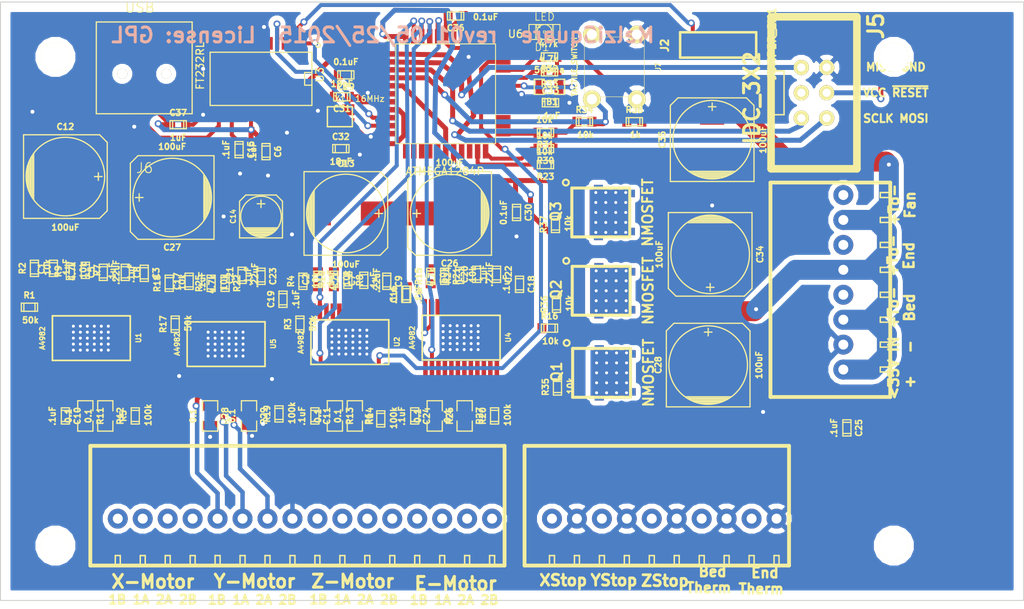
<source format=kicad_pcb>
(kicad_pcb (version 3) (host pcbnew "(2013-jul-07)-stable")
  (layers (15 F.Cu signal) (0 B.Cu signal) (18 B.Paste user) (19 F.Paste user) (20 B.SilkS user) (21 F.SilkS user) (22 B.Mask user) (23 F.Mask user) (28 Edge.Cuts user))
  (net 0 "")
  (net 1 BED-TEMP)
  (net 2 D+)
  (net 3 D-)
  (net 4 E-DIR)
  (net 5 E-OUT1A)
  (net 6 E-OUT1B)
  (net 7 E-OUT2A)
  (net 8 E-OUT2B)
  (net 9 E-STEP)
  (net 10 END-TEMP)
  (net 11 FAN)
  (net 12 FT_RXD)
  (net 13 FT_TXD)
  (net 14 GND)
  (net 15 HOTBED)
  (net 16 HOTEND)
  (net 17 MISO)
  (net 18 MOSI)
  (net 19 N-000001)
  (net 20 N-0000010)
  (net 21 N-00000100)
  (net 22 N-00000101)
  (net 23 N-00000102)
  (net 24 N-00000103)
  (net 25 N-00000104)
  (net 26 N-00000105)
  (net 27 N-00000106)
  (net 28 N-00000107)
  (net 29 N-00000108)
  (net 30 N-00000109)
  (net 31 N-00000110)
  (net 32 N-0000017)
  (net 33 N-0000020)
  (net 34 N-0000021)
  (net 35 N-0000023)
  (net 36 N-0000024)
  (net 37 N-0000026)
  (net 38 N-0000028)
  (net 39 N-0000029)
  (net 40 N-000003)
  (net 41 N-0000030)
  (net 42 N-0000035)
  (net 43 N-0000036)
  (net 44 N-0000037)
  (net 45 N-0000039)
  (net 46 N-0000040)
  (net 47 N-0000042)
  (net 48 N-0000043)
  (net 49 N-0000044)
  (net 50 N-0000045)
  (net 51 N-0000046)
  (net 52 N-0000059)
  (net 53 N-000006)
  (net 54 N-0000060)
  (net 55 N-0000061)
  (net 56 N-0000078)
  (net 57 N-000008)
  (net 58 N-000009)
  (net 59 N-0000090)
  (net 60 N-0000091)
  (net 61 N-0000092)
  (net 62 N-0000093)
  (net 63 N-0000095)
  (net 64 N-0000096)
  (net 65 N-0000098)
  (net 66 SCLK)
  (net 67 VCC)
  (net 68 VMotor)
  (net 69 X-DIR)
  (net 70 X-OUT1A)
  (net 71 X-OUT1B)
  (net 72 X-OUT2A)
  (net 73 X-OUT2B)
  (net 74 X-STEP)
  (net 75 X-STOP)
  (net 76 Y-DIR)
  (net 77 Y-OUT1A)
  (net 78 Y-OUT1B)
  (net 79 Y-OUT2A)
  (net 80 Y-OUT2B)
  (net 81 Y-STEP)
  (net 82 Y-STOP)
  (net 83 Z-DIR)
  (net 84 Z-OUT1A)
  (net 85 Z-OUT1B)
  (net 86 Z-OUT2A)
  (net 87 Z-OUT2B)
  (net 88 Z-STEP)
  (net 89 Z-STOP)
  (net 90 ~RESET)
  (net 91 ~XYE-ENABLE)
  (net 92 ~Z-ENABLE)
  (module TED_HEADER_2x1_SMT (layer F.Cu) (at 157.4 65.8 270)
    (fp_text reference J2 (at 0.05 5.35 270) (layer F.SilkS) (effects (font (size 0.762 0.762) (thickness 0.1905))))
    (fp_text value JUMPER_2X1 (at -0.1 -5.4 270) (layer F.SilkS) (effects (font (size 0.762 0.762) (thickness 0.1905))))
    (pad 1 smd rect (at 0 2.54 270) (size 0.9906 2.54) (layers F.Cu F.Paste F.Mask) (net 52 N-0000059) (clearance 0.508))
    (pad 2 smd rect (at 0 -2.54 270) (size 0.9906 2.54) (layers F.Cu F.Paste F.Mask) (net 90 ~RESET) (clearance 0.508))
  )
  (module TED_TERMINAL_SPRING_2.54MM_8PIN_1989803 (layer F.Cu) (at 168.64 89.6 90)
    (fp_text reference J4 hide)
    (fp_text value TERMINAL_8X1 hide)
    (pad 4 thru_hole circle (at -1.25 1.3 90) (size 2 2) (drill 1) (layers *.Cu *.Mask) (net 45 N-0000039))
    (pad 3 thru_hole circle (at -3.75 1.3 90) (size 2 2) (drill 1) (layers *.Cu *.Mask) (net 68 VMotor))
    (pad 7 thru_hole circle (at 6.25 1.3 90) (size 2 2) (drill 1) (layers *.Cu *.Mask) (net 68 VMotor))
    (pad 8 thru_hole circle (at 8.75 1.3 90) (size 2 2) (drill 1) (layers *.Cu *.Mask) (net 46 N-0000040))
    (pad 6 thru_hole circle (at 3.75 1.3 90) (size 2 2) (drill 1) (layers *.Cu *.Mask) (net 47 N-0000042))
    (pad 5 thru_hole circle (at 1.25 1.3 90) (size 2 2) (drill 1) (layers *.Cu *.Mask) (net 68 VMotor))
    (pad 1 thru_hole circle (at -8.75 1.3 90) (size 2 2) (drill 1) (layers *.Cu *.Mask) (net 68 VMotor))
    (pad 2 thru_hole circle (at -6.25 1.3 90) (size 2 2) (drill 1) (layers *.Cu *.Mask) (net 14 GND))
  )
  (module TED_IDC_3x2 (layer F.Cu) (at 167 70.6 270)
    (fp_text reference J5 (at -6.7 -6.2 270) (layer F.SilkS) (effects (font (size 1.524 1.524) (thickness 0.3048))))
    (fp_text value IDC_3X2 (at 0.508 6.223 270) (layer F.SilkS) (effects (font (size 1.524 1.524) (thickness 0.3048))))
    (pad 1 thru_hole circle (at -2.54 1.27 270) (size 1.524 1.524) (drill 0.8128) (layers *.Mask B.Cu F.SilkS) (net 17 MISO))
    (pad 2 thru_hole circle (at 0 1.27 270) (size 1.524 1.524) (drill 0.8128) (layers *.Mask B.Cu F.SilkS) (net 67 VCC))
    (pad 3 thru_hole circle (at 2.54 1.27 270) (size 1.524 1.524) (drill 0.8128) (layers *.Mask B.Cu F.SilkS) (net 66 SCLK))
    (pad 4 thru_hole circle (at 2.54 -1.27 270) (size 1.524 1.524) (drill 0.8128) (layers *.Mask B.Cu F.SilkS) (net 18 MOSI))
    (pad 5 thru_hole circle (at 0 -1.27 270) (size 1.524 1.524) (drill 0.8128) (layers *.Mask B.Cu F.SilkS) (net 90 ~RESET))
    (pad 6 thru_hole circle (at -2.54 -1.27 270) (size 1.524 1.524) (drill 0.8128) (layers *.Mask B.Cu F.SilkS) (net 14 GND))
  )
  (module TED_USB_SMT_MINI (layer F.Cu) (at 99.9 68.1 180)
    (fp_text reference J6 (at -0.0381 -10.04316 180) (layer F.SilkS) (effects (font (size 1.00076 1.00076) (thickness 0.09906))))
    (fp_text value USB (at 0.4445 6.0452 180) (layer F.SilkS) (effects (font (size 1.00076 1.00076) (thickness 0.09906))))
    (pad GP smd rect (at 4.45008 -3.0988 180) (size 1.6002 1.6002) (layers F.Cu F.Paste F.Mask))
    (pad GP smd rect (at 4.45008 2.4003 180) (size 1.6002 1.6002) (layers F.Cu F.Paste F.Mask))
    (pad GP smd rect (at -4.45008 -3.0988 180) (size 1.6002 1.6002) (layers F.Cu F.Paste F.Mask))
    (pad "" thru_hole circle (at 2.19964 -0.59944 180) (size 1.00076 1.00076) (drill 1.00076) (layers *.Cu *.Mask F.SilkS))
    (pad 4 smd rect (at 0.8001 -3.70078 180) (size 0.50038 1.19888) (layers F.Cu F.Paste F.Mask) (net 14 GND))
    (pad 1 smd rect (at -1.6002 -3.70078 180) (size 0.50038 1.19888) (layers F.Cu F.Paste F.Mask) (net 67 VCC))
    (pad 2 smd rect (at -0.8001 -3.70078 180) (size 0.50038 1.19888) (layers F.Cu F.Paste F.Mask) (net 3 D-))
    (pad 5 smd rect (at 1.6002 -3.70078 180) (size 0.50038 1.19888) (layers F.Cu F.Paste F.Mask))
    (pad 3 smd rect (at 0.0127 -3.70078 180) (size 0.50038 1.19888) (layers F.Cu F.Paste F.Mask) (net 2 D+))
    (pad GP smd rect (at -4.45008 2.4003 180) (size 1.6002 1.6002) (layers F.Cu F.Paste F.Mask))
    (pad "" thru_hole circle (at -2.19964 -0.59944 180) (size 1.00076 1.00076) (drill 1.00076) (layers *.Cu *.Mask F.SilkS))
  )
  (module TED_TERMINAL_SPRING_2.54MM_10PIN_1989829 (layer F.Cu) (at 152 112)
    (fp_text reference J3 hide)
    (fp_text value TERMINAL_10X1 hide)
    (pad 10 thru_hole circle (at 11.25 1.3) (size 2 2) (drill 1) (layers *.Cu *.Mask) (net 14 GND))
    (pad 9 thru_hole circle (at 8.75 1.3) (size 2 2) (drill 1) (layers *.Cu *.Mask) (net 10 END-TEMP))
    (pad 4 thru_hole circle (at -3.75 1.3) (size 2 2) (drill 1) (layers *.Cu *.Mask) (net 14 GND))
    (pad 3 thru_hole circle (at -6.25 1.3) (size 2 2) (drill 1) (layers *.Cu *.Mask) (net 82 Y-STOP))
    (pad 7 thru_hole circle (at 3.75 1.3) (size 2 2) (drill 1) (layers *.Cu *.Mask) (net 1 BED-TEMP))
    (pad 8 thru_hole circle (at 6.25 1.3) (size 2 2) (drill 1) (layers *.Cu *.Mask) (net 14 GND))
    (pad 6 thru_hole circle (at 1.25 1.3) (size 2 2) (drill 1) (layers *.Cu *.Mask) (net 14 GND))
    (pad 5 thru_hole circle (at -1.25 1.3) (size 2 2) (drill 1) (layers *.Cu *.Mask) (net 89 Z-STOP))
    (pad 1 thru_hole circle (at -11.25 1.3) (size 2 2) (drill 1) (layers *.Cu *.Mask) (net 75 X-STOP))
    (pad 2 thru_hole circle (at -8.75 1.3) (size 2 2) (drill 1) (layers *.Cu *.Mask) (net 14 GND))
  )
  (module TED_TSSOP24+PAD (layer F.Cu) (at 94.6 95.2 180)
    (fp_text reference U1 (at -4.725 0.025 270) (layer F.SilkS) (effects (font (size 0.50038 0.50038) (thickness 0.12446))))
    (fp_text value A4982 (at 4.9 0 270) (layer F.SilkS) (effects (font (size 0.50038 0.50038) (thickness 0.12446))))
    (pad PAD thru_hole circle (at 0.4 0 180) (size 0.4 0.4) (drill 0.3) (layers *.Cu) (net 14 GND))
    (pad PAD thru_hole circle (at 1.1 0 180) (size 0.4 0.4) (drill 0.3) (layers *.Cu) (net 14 GND))
    (pad PAD thru_hole circle (at 1.8 0 180) (size 0.4 0.4) (drill 0.3) (layers *.Cu) (net 14 GND))
    (pad PAD thru_hole circle (at -0.3 0 180) (size 0.4 0.4) (drill 0.3) (layers *.Cu) (net 14 GND))
    (pad PAD thru_hole circle (at -1 0 180) (size 0.4 0.4) (drill 0.3) (layers *.Cu) (net 14 GND))
    (pad PAD thru_hole circle (at -1.7 0 180) (size 0.4 0.4) (drill 0.3) (layers *.Cu) (net 14 GND))
    (pad PAD thru_hole circle (at -1.7 0.6 180) (size 0.4 0.4) (drill 0.3) (layers *.Cu) (net 14 GND))
    (pad PAD thru_hole circle (at -1 0.6 180) (size 0.4 0.4) (drill 0.3) (layers *.Cu) (net 14 GND))
    (pad PAD thru_hole circle (at -0.3 0.6 180) (size 0.4 0.4) (drill 0.3) (layers *.Cu) (net 14 GND))
    (pad PAD thru_hole circle (at 1.8 0.6 180) (size 0.4 0.4) (drill 0.3) (layers *.Cu) (net 14 GND))
    (pad PAD thru_hole circle (at 1.1 0.6 180) (size 0.4 0.4) (drill 0.3) (layers *.Cu) (net 14 GND))
    (pad PAD thru_hole circle (at 0.4 0.6 180) (size 0.4 0.4) (drill 0.3) (layers *.Cu) (net 14 GND))
    (pad PAD thru_hole circle (at 0.4 1.2 180) (size 0.4 0.4) (drill 0.3) (layers *.Cu) (net 14 GND))
    (pad PAD thru_hole circle (at 1.1 1.2 180) (size 0.4 0.4) (drill 0.3) (layers *.Cu) (net 14 GND))
    (pad PAD thru_hole circle (at 1.8 1.2 180) (size 0.4 0.4) (drill 0.3) (layers *.Cu) (net 14 GND))
    (pad PAD thru_hole circle (at -0.3 1.2 180) (size 0.4 0.4) (drill 0.3) (layers *.Cu) (net 14 GND))
    (pad PAD thru_hole circle (at -1 1.2 180) (size 0.4 0.4) (drill 0.3) (layers *.Cu) (net 14 GND))
    (pad PAD thru_hole circle (at -1.7 1.2 180) (size 0.4 0.4) (drill 0.3) (layers *.Cu) (net 14 GND))
    (pad PAD thru_hole circle (at -1.7 -0.6 180) (size 0.4 0.4) (drill 0.3) (layers *.Cu) (net 14 GND))
    (pad PAD thru_hole circle (at -1 -0.6 180) (size 0.4 0.4) (drill 0.3) (layers *.Cu) (net 14 GND))
    (pad PAD thru_hole circle (at -0.3 -0.6 180) (size 0.4 0.4) (drill 0.3) (layers *.Cu) (net 14 GND))
    (pad PAD thru_hole circle (at 1.8 -0.6 180) (size 0.4 0.4) (drill 0.3) (layers *.Cu) (net 14 GND))
    (pad PAD thru_hole circle (at 1.1 -0.6 180) (size 0.4 0.4) (drill 0.3) (layers *.Cu) (net 14 GND))
    (pad PAD thru_hole circle (at 0.4 -0.6 180) (size 0.4 0.4) (drill 0.3) (layers *.Cu) (net 14 GND))
    (pad PAD thru_hole circle (at 0.4 -1.2 180) (size 0.4 0.4) (drill 0.3) (layers *.Cu) (net 14 GND))
    (pad PAD thru_hole circle (at 1.1 -1.2 180) (size 0.4 0.4) (drill 0.3) (layers *.Cu) (net 14 GND))
    (pad PAD thru_hole circle (at 1.8 -1.2 180) (size 0.4 0.4) (drill 0.3) (layers *.Cu) (net 14 GND))
    (pad PAD thru_hole circle (at -0.3 -1.2 180) (size 0.4 0.4) (drill 0.3) (layers *.Cu) (net 14 GND))
    (pad PAD thru_hole circle (at -1 -1.2 180) (size 0.4 0.4) (drill 0.3) (layers *.Cu) (net 14 GND))
    (pad 12 smd rect (at 3.64894 3.05 180) (size 0.45 1.65) (layers F.Cu F.Paste F.Mask) (net 31 N-00000110))
    (pad 11 smd rect (at 3.00124 3.05 180) (size 0.45 1.65) (layers F.Cu F.Paste F.Mask) (net 74 X-STEP))
    (pad 14 smd rect (at 2.92624 -3.05 180) (size 0.45 1.65) (layers F.Cu F.Paste F.Mask) (net 69 X-DIR))
    (pad 13 smd rect (at 3.57394 -3.05 180) (size 0.45 1.65) (layers F.Cu F.Paste F.Mask) (net 14 GND))
    (pad 15 smd rect (at 2.27394 -3.05 180) (size 0.45 1.65) (layers F.Cu F.Paste F.Mask) (net 71 X-OUT1B))
    (pad 16 smd rect (at 1.62624 -3.05 180) (size 0.45 1.65) (layers F.Cu F.Paste F.Mask) (net 68 VMotor))
    (pad 17 smd rect (at 0.976 -3.05 180) (size 0.45 1.65) (layers F.Cu F.Paste F.Mask) (net 62 N-0000093))
    (pad 18 smd rect (at 0.325 -3.05 180) (size 0.45 1.65) (layers F.Cu F.Paste F.Mask) (net 70 X-OUT1A))
    (pad 19 smd rect (at -0.325 -3.05 180) (size 0.45 1.65) (layers F.Cu F.Paste F.Mask) (net 72 X-OUT2A))
    (pad 20 smd rect (at -0.97472 -3.05 180) (size 0.45 1.65) (layers F.Cu F.Paste F.Mask) (net 30 N-00000109))
    (pad 21 smd rect (at -1.62496 -3.05 180) (size 0.45 1.65) (layers F.Cu F.Paste F.Mask) (net 68 VMotor))
    (pad 22 smd rect (at -2.2752 -3.05 180) (size 0.45 1.65) (layers F.Cu F.Paste F.Mask) (net 73 X-OUT2B))
    (pad 23 smd rect (at -2.92544 -3.05 180) (size 0.45 1.65) (layers F.Cu F.Paste F.Mask) (net 91 ~XYE-ENABLE))
    (pad 24 smd rect (at -3.57568 -3.05 180) (size 0.45 1.65) (layers F.Cu F.Paste F.Mask) (net 14 GND))
    (pad 1 smd rect (at -3.50068 3.05 180) (size 0.45 1.65) (layers F.Cu F.Paste F.Mask) (net 27 N-00000106))
    (pad 2 smd rect (at -2.85044 3.05 180) (size 0.45 1.65) (layers F.Cu F.Paste F.Mask) (net 28 N-00000107))
    (pad 3 smd rect (at -2.2002 3.05 180) (size 0.45 1.65) (layers F.Cu F.Paste F.Mask) (net 61 N-0000092))
    (pad 4 smd rect (at -1.54996 3.05 180) (size 0.45 1.65) (layers F.Cu F.Paste F.Mask) (net 60 N-0000091))
    (pad 5 smd rect (at -0.89972 3.05 180) (size 0.45 1.65) (layers F.Cu F.Paste F.Mask) (net 67 VCC))
    (pad 6 smd rect (at -0.24948 3.05 180) (size 0.45 1.65) (layers F.Cu F.Paste F.Mask) (net 67 VCC))
    (pad 7 smd rect (at 0.40076 3.05 180) (size 0.45 1.65) (layers F.Cu F.Paste F.Mask) (net 29 N-00000108))
    (pad 8 smd rect (at 1.051 3.05 180) (size 0.45 1.65) (layers F.Cu F.Paste F.Mask) (net 59 N-0000090))
    (pad 9 smd rect (at 1.70124 3.05 180) (size 0.45 1.65) (layers F.Cu F.Paste F.Mask) (net 29 N-00000108))
    (pad 10 smd rect (at 2.34894 3.05 180) (size 0.45 1.65) (layers F.Cu F.Paste F.Mask) (net 67 VCC))
    (pad PAD smd rect (at 0 0 180) (size 4.32 3) (layers F.Cu F.Paste F.Mask) (net 14 GND))
    (pad PAD thru_hole circle (at -1.7 -1.2 180) (size 0.4 0.4) (drill 0.3) (layers *.Cu) (net 14 GND))
    (pad PAD smd rect (at 0 0 180) (size 4.32 3) (layers B.Cu F.Paste F.Mask) (net 14 GND))
  )
  (module TED_SM0603_R (layer F.Cu) (at 140.5 68.5 180)
    (fp_text reference R33 (at 0 -1.2 180) (layer F.SilkS) (effects (font (size 0.6 0.6))))
    (fp_text value 4.7k (at 0.1 1.3 180) (layer F.SilkS) (effects (font (size 0.6 0.6))))
    (pad 2 smd rect (at 0.75184 0 180) (size 0.89916 1.00076) (layers F.Cu F.Paste F.Mask) (net 10 END-TEMP) (clearance 0.1))
    (pad 1 smd rect (at -0.75184 0 180) (size 0.89916 1.00076) (layers F.Cu F.Paste F.Mask) (net 67 VCC) (clearance 0.1))
  )
  (module TED_SM0603_R (layer F.Cu) (at 140.5 94.2)
    (fp_text reference R16 (at 0 -1.2) (layer F.SilkS) (effects (font (size 0.6 0.6))))
    (fp_text value 10k (at 0.1 1.3) (layer F.SilkS) (effects (font (size 0.6 0.6))))
    (pad 2 smd rect (at 0.75184 0) (size 0.89916 1.00076) (layers F.Cu F.Paste F.Mask) (net 14 GND) (clearance 0.1))
    (pad 1 smd rect (at -0.75184 0) (size 0.89916 1.00076) (layers F.Cu F.Paste F.Mask) (net 33 N-0000020) (clearance 0.1))
  )
  (module TED_SM0603_R (layer F.Cu) (at 128.6 89 90)
    (fp_text reference R15 (at 0 -1.2 90) (layer F.SilkS) (effects (font (size 0.6 0.6))))
    (fp_text value 50k (at 0.1 1.3 90) (layer F.SilkS) (effects (font (size 0.6 0.6))))
    (pad 2 smd rect (at 0.75184 0 90) (size 0.89916 1.00076) (layers F.Cu F.Paste F.Mask) (net 33 N-0000020) (clearance 0.1))
    (pad 1 smd rect (at -0.75184 0 90) (size 0.89916 1.00076) (layers F.Cu F.Paste F.Mask) (net 67 VCC) (clearance 0.1))
  )
  (module TED_SM0805_R (layer F.Cu) (at 121 103 270)
    (fp_text reference R14 (at 0 -1.5 270) (layer F.SilkS) (effects (font (size 0.6 0.6))))
    (fp_text value 0.1 (at 0 1.7 270) (layer F.SilkS) (effects (font (size 0.6 0.6))))
    (pad 1 smd rect (at -0.9525 0 270) (size 0.889 1.397) (layers F.Cu F.Paste F.Mask) (net 43 N-0000036))
    (pad 2 smd rect (at 0.9525 0 270) (size 0.889 1.397) (layers F.Cu F.Paste F.Mask) (net 14 GND))
  )
  (module TED_SM0805_R (layer F.Cu) (at 119 103 270)
    (fp_text reference R13 (at 0 -1.5 270) (layer F.SilkS) (effects (font (size 0.6 0.6))))
    (fp_text value 0.1 (at 0 1.7 270) (layer F.SilkS) (effects (font (size 0.6 0.6))))
    (pad 1 smd rect (at -0.9525 0 270) (size 0.889 1.397) (layers F.Cu F.Paste F.Mask) (net 42 N-0000035))
    (pad 2 smd rect (at 0.9525 0 270) (size 0.889 1.397) (layers F.Cu F.Paste F.Mask) (net 14 GND))
  )
  (module TED_SM0805_R (layer F.Cu) (at 96 103 270)
    (fp_text reference R12 (at 0 -1.5 270) (layer F.SilkS) (effects (font (size 0.6 0.6))))
    (fp_text value 0.1 (at 0 1.7 270) (layer F.SilkS) (effects (font (size 0.6 0.6))))
    (pad 1 smd rect (at -0.9525 0 270) (size 0.889 1.397) (layers F.Cu F.Paste F.Mask) (net 30 N-00000109))
    (pad 2 smd rect (at 0.9525 0 270) (size 0.889 1.397) (layers F.Cu F.Paste F.Mask) (net 14 GND))
  )
  (module TED_SM0805_R (layer F.Cu) (at 94 103 270)
    (fp_text reference R11 (at 0 -1.5 270) (layer F.SilkS) (effects (font (size 0.6 0.6))))
    (fp_text value 0.1 (at 0 1.7 270) (layer F.SilkS) (effects (font (size 0.6 0.6))))
    (pad 1 smd rect (at -0.9525 0 270) (size 0.889 1.397) (layers F.Cu F.Paste F.Mask) (net 62 N-0000093))
    (pad 2 smd rect (at 0.9525 0 270) (size 0.889 1.397) (layers F.Cu F.Paste F.Mask) (net 14 GND))
  )
  (module TED_SM0603_R (layer F.Cu) (at 118.9 89.3 90)
    (fp_text reference R10 (at 0 -1.2 90) (layer F.SilkS) (effects (font (size 0.6 0.6))))
    (fp_text value 10k (at 0.1 1.3 90) (layer F.SilkS) (effects (font (size 0.6 0.6))))
    (pad 2 smd rect (at 0.75184 0 90) (size 0.89916 1.00076) (layers F.Cu F.Paste F.Mask) (net 14 GND) (clearance 0.1))
    (pad 1 smd rect (at -0.75184 0 90) (size 0.89916 1.00076) (layers F.Cu F.Paste F.Mask) (net 38 N-0000028) (clearance 0.1))
  )
  (module TED_SM0603_R (layer F.Cu) (at 92.5 88.5 90)
    (fp_text reference R9 (at 0 -1.2 90) (layer F.SilkS) (effects (font (size 0.6 0.6))))
    (fp_text value 10k (at 0.1 1.3 90) (layer F.SilkS) (effects (font (size 0.6 0.6))))
    (pad 2 smd rect (at 0.75184 0 90) (size 0.89916 1.00076) (layers F.Cu F.Paste F.Mask) (net 14 GND) (clearance 0.1))
    (pad 1 smd rect (at -0.75184 0 90) (size 0.89916 1.00076) (layers F.Cu F.Paste F.Mask) (net 59 N-0000090) (clearance 0.1))
  )
  (module TED_SM0603_R (layer F.Cu) (at 120.3 89.4 270)
    (fp_text reference R8 (at 0 -1.2 270) (layer F.SilkS) (effects (font (size 0.6 0.6))))
    (fp_text value 4.7k (at 0.1 1.3 270) (layer F.SilkS) (effects (font (size 0.6 0.6))))
    (pad 2 smd rect (at 0.75184 0 270) (size 0.89916 1.00076) (layers F.Cu F.Paste F.Mask) (net 37 N-0000026) (clearance 0.1))
    (pad 1 smd rect (at -0.75184 0 270) (size 0.89916 1.00076) (layers F.Cu F.Paste F.Mask) (net 67 VCC) (clearance 0.1))
  )
  (module TED_SM0603_R (layer F.Cu) (at 94 88.4 270)
    (fp_text reference R7 (at 0 -1.2 270) (layer F.SilkS) (effects (font (size 0.6 0.6))))
    (fp_text value 4.7k (at 0.1 1.3 270) (layer F.SilkS) (effects (font (size 0.6 0.6))))
    (pad 2 smd rect (at 0.75184 0 270) (size 0.89916 1.00076) (layers F.Cu F.Paste F.Mask) (net 29 N-00000108) (clearance 0.1))
    (pad 1 smd rect (at -0.75184 0 270) (size 0.89916 1.00076) (layers F.Cu F.Paste F.Mask) (net 67 VCC) (clearance 0.1))
  )
  (module TED_SM0603_R (layer F.Cu) (at 123.6 103.3 90)
    (fp_text reference R6 (at 0 -1.2 90) (layer F.SilkS) (effects (font (size 0.6 0.6))))
    (fp_text value 100k (at 0.1 1.3 90) (layer F.SilkS) (effects (font (size 0.6 0.6))))
    (pad 2 smd rect (at 0.75184 0 90) (size 0.89916 1.00076) (layers F.Cu F.Paste F.Mask) (net 92 ~Z-ENABLE) (clearance 0.1))
    (pad 1 smd rect (at -0.75184 0 90) (size 0.89916 1.00076) (layers F.Cu F.Paste F.Mask) (net 67 VCC) (clearance 0.1))
  )
  (module TED_SM0603_R (layer F.Cu) (at 99 103 90)
    (fp_text reference R5 (at 0 -1.2 90) (layer F.SilkS) (effects (font (size 0.6 0.6))))
    (fp_text value 100k (at 0.1 1.3 90) (layer F.SilkS) (effects (font (size 0.6 0.6))))
    (pad 2 smd rect (at 0.75184 0 90) (size 0.89916 1.00076) (layers F.Cu F.Paste F.Mask) (net 91 ~XYE-ENABLE) (clearance 0.1))
    (pad 1 smd rect (at -0.75184 0 90) (size 0.89916 1.00076) (layers F.Cu F.Paste F.Mask) (net 67 VCC) (clearance 0.1))
  )
  (module TED_SM0603_R (layer F.Cu) (at 115.5 93.8 90)
    (fp_text reference R3 (at 0 -1.2 90) (layer F.SilkS) (effects (font (size 0.6 0.6))))
    (fp_text value 50k (at 0.1 1.3 90) (layer F.SilkS) (effects (font (size 0.6 0.6))))
    (pad 2 smd rect (at 0.75184 0 90) (size 0.89916 1.00076) (layers F.Cu F.Paste F.Mask) (net 44 N-0000037) (clearance 0.1))
    (pad 1 smd rect (at -0.75184 0 90) (size 0.89916 1.00076) (layers F.Cu F.Paste F.Mask) (net 67 VCC) (clearance 0.1))
  )
  (module TED_SM0603_R (layer F.Cu) (at 88.9 88.2 90)
    (fp_text reference R2 (at 0 -1.2 90) (layer F.SilkS) (effects (font (size 0.6 0.6))))
    (fp_text value 10k (at 0.1 1.3 90) (layer F.SilkS) (effects (font (size 0.6 0.6))))
    (pad 2 smd rect (at 0.75184 0 90) (size 0.89916 1.00076) (layers F.Cu F.Paste F.Mask) (net 14 GND) (clearance 0.1))
    (pad 1 smd rect (at -0.75184 0 90) (size 0.89916 1.00076) (layers F.Cu F.Paste F.Mask) (net 31 N-00000110) (clearance 0.1))
  )
  (module TED_SM0603_R (layer F.Cu) (at 88.4 92.1)
    (fp_text reference R1 (at 0 -1.2) (layer F.SilkS) (effects (font (size 0.6 0.6))))
    (fp_text value 50k (at 0.1 1.3) (layer F.SilkS) (effects (font (size 0.6 0.6))))
    (pad 2 smd rect (at 0.75184 0) (size 0.89916 1.00076) (layers F.Cu F.Paste F.Mask) (net 31 N-00000110) (clearance 0.1))
    (pad 1 smd rect (at -0.75184 0) (size 0.89916 1.00076) (layers F.Cu F.Paste F.Mask) (net 67 VCC) (clearance 0.1))
  )
  (module TED_c_elec_8mm_SMD (layer F.Cu) (at 92 79)
    (fp_text reference C12 (at 0 -5) (layer F.SilkS) (effects (font (size 0.6 0.6))))
    (fp_text value 100uF (at 0 5.1) (layer F.SilkS) (effects (font (size 0.6 0.6))))
    (pad 1 smd rect (at 3.2512 0) (size 3.50012 2.4003) (layers F.Cu F.Paste F.Mask) (net 68 VMotor))
    (pad 2 smd rect (at -3.2512 0) (size 3.50012 2.4003) (layers F.Cu F.Paste F.Mask) (net 14 GND))
  )
  (module TED_SM0603_R (layer F.Cu) (at 115.8 89.5 90)
    (fp_text reference R4 (at 0 -1.2 90) (layer F.SilkS) (effects (font (size 0.6 0.6))))
    (fp_text value 10k (at 0.1 1.3 90) (layer F.SilkS) (effects (font (size 0.6 0.6))))
    (pad 2 smd rect (at 0.75184 0 90) (size 0.89916 1.00076) (layers F.Cu F.Paste F.Mask) (net 14 GND) (clearance 0.1))
    (pad 1 smd rect (at -0.75184 0 90) (size 0.89916 1.00076) (layers F.Cu F.Paste F.Mask) (net 44 N-0000037) (clearance 0.1))
  )
  (module TED_SM0603_R (layer F.Cu) (at 103 93.8 90)
    (fp_text reference R17 (at 0 -1.2 90) (layer F.SilkS) (effects (font (size 0.6 0.6))))
    (fp_text value 50k (at 0.1 1.3 90) (layer F.SilkS) (effects (font (size 0.6 0.6))))
    (pad 2 smd rect (at 0.75184 0 90) (size 0.89916 1.00076) (layers F.Cu F.Paste F.Mask) (net 26 N-00000105) (clearance 0.1))
    (pad 1 smd rect (at -0.75184 0 90) (size 0.89916 1.00076) (layers F.Cu F.Paste F.Mask) (net 67 VCC) (clearance 0.1))
  )
  (module TED_SM0603_R (layer F.Cu) (at 102.4 89.7 90)
    (fp_text reference R18 (at 0 -1.2 90) (layer F.SilkS) (effects (font (size 0.6 0.6))))
    (fp_text value 10k (at 0.1 1.3 90) (layer F.SilkS) (effects (font (size 0.6 0.6))))
    (pad 2 smd rect (at 0.75184 0 90) (size 0.89916 1.00076) (layers F.Cu F.Paste F.Mask) (net 14 GND) (clearance 0.1))
    (pad 1 smd rect (at -0.75184 0 90) (size 0.89916 1.00076) (layers F.Cu F.Paste F.Mask) (net 26 N-00000105) (clearance 0.1))
  )
  (module TED_SM0603_R (layer F.Cu) (at 113.4 102.8 90)
    (fp_text reference R19 (at 0 -1.2 90) (layer F.SilkS) (effects (font (size 0.6 0.6))))
    (fp_text value 100k (at 0.1 1.3 90) (layer F.SilkS) (effects (font (size 0.6 0.6))))
    (pad 2 smd rect (at 0.75184 0 90) (size 0.89916 1.00076) (layers F.Cu F.Paste F.Mask) (net 91 ~XYE-ENABLE) (clearance 0.1))
    (pad 1 smd rect (at -0.75184 0 90) (size 0.89916 1.00076) (layers F.Cu F.Paste F.Mask) (net 67 VCC) (clearance 0.1))
  )
  (module TED_SM0603_R (layer F.Cu) (at 135 103 90)
    (fp_text reference R20 (at 0 -1.2 90) (layer F.SilkS) (effects (font (size 0.6 0.6))))
    (fp_text value 100k (at 0.1 1.3 90) (layer F.SilkS) (effects (font (size 0.6 0.6))))
    (pad 2 smd rect (at 0.75184 0 90) (size 0.89916 1.00076) (layers F.Cu F.Paste F.Mask) (net 91 ~XYE-ENABLE) (clearance 0.1))
    (pad 1 smd rect (at -0.75184 0 90) (size 0.89916 1.00076) (layers F.Cu F.Paste F.Mask) (net 67 VCC) (clearance 0.1))
  )
  (module TED_SM0603_R (layer F.Cu) (at 130 89 270)
    (fp_text reference R21 (at 0 -1.2 270) (layer F.SilkS) (effects (font (size 0.6 0.6))))
    (fp_text value 4.7k (at 0.1 1.3 270) (layer F.SilkS) (effects (font (size 0.6 0.6))))
    (pad 2 smd rect (at 0.75184 0 270) (size 0.89916 1.00076) (layers F.Cu F.Paste F.Mask) (net 53 N-000006) (clearance 0.1))
    (pad 1 smd rect (at -0.75184 0 270) (size 0.89916 1.00076) (layers F.Cu F.Paste F.Mask) (net 67 VCC) (clearance 0.1))
  )
  (module TED_SM0603_R (layer F.Cu) (at 108 89.7 270)
    (fp_text reference R22 (at 0 -1.2 270) (layer F.SilkS) (effects (font (size 0.6 0.6))))
    (fp_text value 4.7k (at 0.1 1.3 270) (layer F.SilkS) (effects (font (size 0.6 0.6))))
    (pad 2 smd rect (at 0.75184 0 270) (size 0.89916 1.00076) (layers F.Cu F.Paste F.Mask) (net 65 N-0000098) (clearance 0.1))
    (pad 1 smd rect (at -0.75184 0 270) (size 0.89916 1.00076) (layers F.Cu F.Paste F.Mask) (net 67 VCC) (clearance 0.1))
  )
  (module TED_SM0603_R (layer F.Cu) (at 140.1 77.8 180)
    (fp_text reference R23 (at 0 -1.2 180) (layer F.SilkS) (effects (font (size 0.6 0.6))))
    (fp_text value 10k (at 0.1 1.3 180) (layer F.SilkS) (effects (font (size 0.6 0.6))))
    (pad 2 smd rect (at 0.75184 0 180) (size 0.89916 1.00076) (layers F.Cu F.Paste F.Mask) (net 75 X-STOP) (clearance 0.1))
    (pad 1 smd rect (at -0.75184 0 180) (size 0.89916 1.00076) (layers F.Cu F.Paste F.Mask) (net 67 VCC) (clearance 0.1))
  )
  (module TED_SM0603_R (layer F.Cu) (at 131.5 88.9 90)
    (fp_text reference R24 (at 0 -1.2 90) (layer F.SilkS) (effects (font (size 0.6 0.6))))
    (fp_text value 10k (at 0.1 1.3 90) (layer F.SilkS) (effects (font (size 0.6 0.6))))
    (pad 2 smd rect (at 0.75184 0 90) (size 0.89916 1.00076) (layers F.Cu F.Paste F.Mask) (net 14 GND) (clearance 0.1))
    (pad 1 smd rect (at -0.75184 0 90) (size 0.89916 1.00076) (layers F.Cu F.Paste F.Mask) (net 57 N-000008) (clearance 0.1))
  )
  (module TED_SM0603_R (layer F.Cu) (at 106.6 89.7 90)
    (fp_text reference R25 (at 0 -1.2 90) (layer F.SilkS) (effects (font (size 0.6 0.6))))
    (fp_text value 10k (at 0.1 1.3 90) (layer F.SilkS) (effects (font (size 0.6 0.6))))
    (pad 2 smd rect (at 0.75184 0 90) (size 0.89916 1.00076) (layers F.Cu F.Paste F.Mask) (net 14 GND) (clearance 0.1))
    (pad 1 smd rect (at -0.75184 0 90) (size 0.89916 1.00076) (layers F.Cu F.Paste F.Mask) (net 23 N-00000102) (clearance 0.1))
  )
  (module TED_SM0805_R (layer F.Cu) (at 129 103 270)
    (fp_text reference R26 (at 0 -1.5 270) (layer F.SilkS) (effects (font (size 0.6 0.6))))
    (fp_text value 0.1 (at 0 1.7 270) (layer F.SilkS) (effects (font (size 0.6 0.6))))
    (pad 1 smd rect (at -0.9525 0 270) (size 0.889 1.397) (layers F.Cu F.Paste F.Mask) (net 32 N-0000017))
    (pad 2 smd rect (at 0.9525 0 270) (size 0.889 1.397) (layers F.Cu F.Paste F.Mask) (net 14 GND))
  )
  (module TED_SM0805_R (layer F.Cu) (at 132 103 270)
    (fp_text reference R27 (at 0 -1.5 270) (layer F.SilkS) (effects (font (size 0.6 0.6))))
    (fp_text value 0.1 (at 0 1.7 270) (layer F.SilkS) (effects (font (size 0.6 0.6))))
    (pad 1 smd rect (at -0.9525 0 270) (size 0.889 1.397) (layers F.Cu F.Paste F.Mask) (net 34 N-0000021))
    (pad 2 smd rect (at 0.9525 0 270) (size 0.889 1.397) (layers F.Cu F.Paste F.Mask) (net 14 GND))
  )
  (module TED_SM0805_R (layer F.Cu) (at 106.5 103 270)
    (fp_text reference R28 (at 0 -1.5 270) (layer F.SilkS) (effects (font (size 0.6 0.6))))
    (fp_text value 0.1 (at 0 1.7 270) (layer F.SilkS) (effects (font (size 0.6 0.6))))
    (pad 1 smd rect (at -0.9525 0 270) (size 0.889 1.397) (layers F.Cu F.Paste F.Mask) (net 25 N-00000104))
    (pad 2 smd rect (at 0.9525 0 270) (size 0.889 1.397) (layers F.Cu F.Paste F.Mask) (net 14 GND))
  )
  (module TED_SM0805_R (layer F.Cu) (at 110.4 103 270)
    (fp_text reference R29 (at 0 -1.5 270) (layer F.SilkS) (effects (font (size 0.6 0.6))))
    (fp_text value 0.1 (at 0 1.7 270) (layer F.SilkS) (effects (font (size 0.6 0.6))))
    (pad 1 smd rect (at -0.9525 0 270) (size 0.889 1.397) (layers F.Cu F.Paste F.Mask) (net 22 N-00000101))
    (pad 2 smd rect (at 0.9525 0 270) (size 0.889 1.397) (layers F.Cu F.Paste F.Mask) (net 14 GND))
  )
  (module TED_SM0603_R (layer F.Cu) (at 140.1 76.2 180)
    (fp_text reference R30 (at 0 -1.2 180) (layer F.SilkS) (effects (font (size 0.6 0.6))))
    (fp_text value 10k (at 0.1 1.3 180) (layer F.SilkS) (effects (font (size 0.6 0.6))))
    (pad 2 smd rect (at 0.75184 0 180) (size 0.89916 1.00076) (layers F.Cu F.Paste F.Mask) (net 82 Y-STOP) (clearance 0.1))
    (pad 1 smd rect (at -0.75184 0 180) (size 0.89916 1.00076) (layers F.Cu F.Paste F.Mask) (net 67 VCC) (clearance 0.1))
  )
  (module TED_SM0603_R (layer F.Cu) (at 140.1 74.6 180)
    (fp_text reference R31 (at 0 -1.2 180) (layer F.SilkS) (effects (font (size 0.6 0.6))))
    (fp_text value 10k (at 0.1 1.3 180) (layer F.SilkS) (effects (font (size 0.6 0.6))))
    (pad 2 smd rect (at 0.75184 0 180) (size 0.89916 1.00076) (layers F.Cu F.Paste F.Mask) (net 89 Z-STOP) (clearance 0.1))
    (pad 1 smd rect (at -0.75184 0 180) (size 0.89916 1.00076) (layers F.Cu F.Paste F.Mask) (net 67 VCC) (clearance 0.1))
  )
  (module TED_SM0603_R (layer F.Cu) (at 140.5 67 180)
    (fp_text reference R32 (at 0 -1.2 180) (layer F.SilkS) (effects (font (size 0.6 0.6))))
    (fp_text value 4.7k (at 0.1 1.3 180) (layer F.SilkS) (effects (font (size 0.6 0.6))))
    (pad 2 smd rect (at 0.75184 0 180) (size 0.89916 1.00076) (layers F.Cu F.Paste F.Mask) (net 1 BED-TEMP) (clearance 0.1))
    (pad 1 smd rect (at -0.75184 0 180) (size 0.89916 1.00076) (layers F.Cu F.Paste F.Mask) (net 67 VCC) (clearance 0.1))
  )
  (module TED_SM0603_R (layer F.Cu) (at 141.3 100.1 90)
    (fp_text reference R35 (at 0 -1.2 90) (layer F.SilkS) (effects (font (size 0.6 0.6))))
    (fp_text value 10k (at 0.1 1.3 90) (layer F.SilkS) (effects (font (size 0.6 0.6))))
    (pad 2 smd rect (at 0.75184 0 90) (size 0.89916 1.00076) (layers F.Cu F.Paste F.Mask) (net 14 GND) (clearance 0.1))
    (pad 1 smd rect (at -0.75184 0 90) (size 0.89916 1.00076) (layers F.Cu F.Paste F.Mask) (net 15 HOTBED) (clearance 0.1))
  )
  (module TED_SM0603_R (layer F.Cu) (at 141.2 91.8 90)
    (fp_text reference R36 (at 0 -1.2 90) (layer F.SilkS) (effects (font (size 0.6 0.6))))
    (fp_text value 10k (at 0.1 1.3 90) (layer F.SilkS) (effects (font (size 0.6 0.6))))
    (pad 2 smd rect (at 0.75184 0 90) (size 0.89916 1.00076) (layers F.Cu F.Paste F.Mask) (net 14 GND) (clearance 0.1))
    (pad 1 smd rect (at -0.75184 0 90) (size 0.89916 1.00076) (layers F.Cu F.Paste F.Mask) (net 16 HOTEND) (clearance 0.1))
  )
  (module TED_SM0603_R (layer F.Cu) (at 149 73.5)
    (fp_text reference R38 (at 0 -1.2) (layer F.SilkS) (effects (font (size 0.6 0.6))))
    (fp_text value 1k (at 0.1 1.3) (layer F.SilkS) (effects (font (size 0.6 0.6))))
    (pad 2 smd rect (at 0.75184 0) (size 0.89916 1.00076) (layers F.Cu F.Paste F.Mask) (net 14 GND) (clearance 0.1))
    (pad 1 smd rect (at -0.75184 0) (size 0.89916 1.00076) (layers F.Cu F.Paste F.Mask) (net 48 N-0000043) (clearance 0.1))
  )
  (module TED_TSSOP24+PAD (layer F.Cu) (at 131.65 95.15 180)
    (fp_text reference U4 (at -4.725 0.025 270) (layer F.SilkS) (effects (font (size 0.50038 0.50038) (thickness 0.12446))))
    (fp_text value A4982 (at 4.9 0 270) (layer F.SilkS) (effects (font (size 0.50038 0.50038) (thickness 0.12446))))
    (pad PAD thru_hole circle (at 0.4 0 180) (size 0.4 0.4) (drill 0.3) (layers *.Cu) (net 14 GND))
    (pad PAD thru_hole circle (at 1.1 0 180) (size 0.4 0.4) (drill 0.3) (layers *.Cu) (net 14 GND))
    (pad PAD thru_hole circle (at 1.8 0 180) (size 0.4 0.4) (drill 0.3) (layers *.Cu) (net 14 GND))
    (pad PAD thru_hole circle (at -0.3 0 180) (size 0.4 0.4) (drill 0.3) (layers *.Cu) (net 14 GND))
    (pad PAD thru_hole circle (at -1 0 180) (size 0.4 0.4) (drill 0.3) (layers *.Cu) (net 14 GND))
    (pad PAD thru_hole circle (at -1.7 0 180) (size 0.4 0.4) (drill 0.3) (layers *.Cu) (net 14 GND))
    (pad PAD thru_hole circle (at -1.7 0.6 180) (size 0.4 0.4) (drill 0.3) (layers *.Cu) (net 14 GND))
    (pad PAD thru_hole circle (at -1 0.6 180) (size 0.4 0.4) (drill 0.3) (layers *.Cu) (net 14 GND))
    (pad PAD thru_hole circle (at -0.3 0.6 180) (size 0.4 0.4) (drill 0.3) (layers *.Cu) (net 14 GND))
    (pad PAD thru_hole circle (at 1.8 0.6 180) (size 0.4 0.4) (drill 0.3) (layers *.Cu) (net 14 GND))
    (pad PAD thru_hole circle (at 1.1 0.6 180) (size 0.4 0.4) (drill 0.3) (layers *.Cu) (net 14 GND))
    (pad PAD thru_hole circle (at 0.4 0.6 180) (size 0.4 0.4) (drill 0.3) (layers *.Cu) (net 14 GND))
    (pad PAD thru_hole circle (at 0.4 1.2 180) (size 0.4 0.4) (drill 0.3) (layers *.Cu) (net 14 GND))
    (pad PAD thru_hole circle (at 1.1 1.2 180) (size 0.4 0.4) (drill 0.3) (layers *.Cu) (net 14 GND))
    (pad PAD thru_hole circle (at 1.8 1.2 180) (size 0.4 0.4) (drill 0.3) (layers *.Cu) (net 14 GND))
    (pad PAD thru_hole circle (at -0.3 1.2 180) (size 0.4 0.4) (drill 0.3) (layers *.Cu) (net 14 GND))
    (pad PAD thru_hole circle (at -1 1.2 180) (size 0.4 0.4) (drill 0.3) (layers *.Cu) (net 14 GND))
    (pad PAD thru_hole circle (at -1.7 1.2 180) (size 0.4 0.4) (drill 0.3) (layers *.Cu) (net 14 GND))
    (pad PAD thru_hole circle (at -1.7 -0.6 180) (size 0.4 0.4) (drill 0.3) (layers *.Cu) (net 14 GND))
    (pad PAD thru_hole circle (at -1 -0.6 180) (size 0.4 0.4) (drill 0.3) (layers *.Cu) (net 14 GND))
    (pad PAD thru_hole circle (at -0.3 -0.6 180) (size 0.4 0.4) (drill 0.3) (layers *.Cu) (net 14 GND))
    (pad PAD thru_hole circle (at 1.8 -0.6 180) (size 0.4 0.4) (drill 0.3) (layers *.Cu) (net 14 GND))
    (pad PAD thru_hole circle (at 1.1 -0.6 180) (size 0.4 0.4) (drill 0.3) (layers *.Cu) (net 14 GND))
    (pad PAD thru_hole circle (at 0.4 -0.6 180) (size 0.4 0.4) (drill 0.3) (layers *.Cu) (net 14 GND))
    (pad PAD thru_hole circle (at 0.4 -1.2 180) (size 0.4 0.4) (drill 0.3) (layers *.Cu) (net 14 GND))
    (pad PAD thru_hole circle (at 1.1 -1.2 180) (size 0.4 0.4) (drill 0.3) (layers *.Cu) (net 14 GND))
    (pad PAD thru_hole circle (at 1.8 -1.2 180) (size 0.4 0.4) (drill 0.3) (layers *.Cu) (net 14 GND))
    (pad PAD thru_hole circle (at -0.3 -1.2 180) (size 0.4 0.4) (drill 0.3) (layers *.Cu) (net 14 GND))
    (pad PAD thru_hole circle (at -1 -1.2 180) (size 0.4 0.4) (drill 0.3) (layers *.Cu) (net 14 GND))
    (pad 12 smd rect (at 3.64894 3.05 180) (size 0.45 1.65) (layers F.Cu F.Paste F.Mask) (net 33 N-0000020))
    (pad 11 smd rect (at 3.00124 3.05 180) (size 0.45 1.65) (layers F.Cu F.Paste F.Mask) (net 9 E-STEP))
    (pad 14 smd rect (at 2.92624 -3.05 180) (size 0.45 1.65) (layers F.Cu F.Paste F.Mask) (net 4 E-DIR))
    (pad 13 smd rect (at 3.57394 -3.05 180) (size 0.45 1.65) (layers F.Cu F.Paste F.Mask) (net 14 GND))
    (pad 15 smd rect (at 2.27394 -3.05 180) (size 0.45 1.65) (layers F.Cu F.Paste F.Mask) (net 6 E-OUT1B))
    (pad 16 smd rect (at 1.62624 -3.05 180) (size 0.45 1.65) (layers F.Cu F.Paste F.Mask) (net 68 VMotor))
    (pad 17 smd rect (at 0.976 -3.05 180) (size 0.45 1.65) (layers F.Cu F.Paste F.Mask) (net 32 N-0000017))
    (pad 18 smd rect (at 0.325 -3.05 180) (size 0.45 1.65) (layers F.Cu F.Paste F.Mask) (net 5 E-OUT1A))
    (pad 19 smd rect (at -0.325 -3.05 180) (size 0.45 1.65) (layers F.Cu F.Paste F.Mask) (net 7 E-OUT2A))
    (pad 20 smd rect (at -0.97472 -3.05 180) (size 0.45 1.65) (layers F.Cu F.Paste F.Mask) (net 34 N-0000021))
    (pad 21 smd rect (at -1.62496 -3.05 180) (size 0.45 1.65) (layers F.Cu F.Paste F.Mask) (net 68 VMotor))
    (pad 22 smd rect (at -2.2752 -3.05 180) (size 0.45 1.65) (layers F.Cu F.Paste F.Mask) (net 8 E-OUT2B))
    (pad 23 smd rect (at -2.92544 -3.05 180) (size 0.45 1.65) (layers F.Cu F.Paste F.Mask) (net 91 ~XYE-ENABLE))
    (pad 24 smd rect (at -3.57568 -3.05 180) (size 0.45 1.65) (layers F.Cu F.Paste F.Mask) (net 14 GND))
    (pad 1 smd rect (at -3.50068 3.05 180) (size 0.45 1.65) (layers F.Cu F.Paste F.Mask) (net 40 N-000003))
    (pad 2 smd rect (at -2.85044 3.05 180) (size 0.45 1.65) (layers F.Cu F.Paste F.Mask) (net 19 N-000001))
    (pad 3 smd rect (at -2.2002 3.05 180) (size 0.45 1.65) (layers F.Cu F.Paste F.Mask) (net 20 N-0000010))
    (pad 4 smd rect (at -1.54996 3.05 180) (size 0.45 1.65) (layers F.Cu F.Paste F.Mask) (net 58 N-000009))
    (pad 5 smd rect (at -0.89972 3.05 180) (size 0.45 1.65) (layers F.Cu F.Paste F.Mask) (net 67 VCC))
    (pad 6 smd rect (at -0.24948 3.05 180) (size 0.45 1.65) (layers F.Cu F.Paste F.Mask) (net 67 VCC))
    (pad 7 smd rect (at 0.40076 3.05 180) (size 0.45 1.65) (layers F.Cu F.Paste F.Mask) (net 53 N-000006))
    (pad 8 smd rect (at 1.051 3.05 180) (size 0.45 1.65) (layers F.Cu F.Paste F.Mask) (net 57 N-000008))
    (pad 9 smd rect (at 1.70124 3.05 180) (size 0.45 1.65) (layers F.Cu F.Paste F.Mask) (net 53 N-000006))
    (pad 10 smd rect (at 2.34894 3.05 180) (size 0.45 1.65) (layers F.Cu F.Paste F.Mask) (net 67 VCC))
    (pad PAD smd rect (at 0 0 180) (size 4.32 3) (layers F.Cu F.Paste F.Mask) (net 14 GND))
    (pad PAD thru_hole circle (at -1.7 -1.2 180) (size 0.4 0.4) (drill 0.3) (layers *.Cu) (net 14 GND))
    (pad PAD smd rect (at 0 0 180) (size 4.32 3) (layers B.Cu F.Paste F.Mask) (net 14 GND))
  )
  (module TED_TERMINAL_SPRING_2.54MM_16PIN_1989887 (layer F.Cu) (at 116 112)
    (fp_text reference J1 hide)
    (fp_text value TERMINAL_16X1 hide)
    (pad 10 thru_hole circle (at 3.75 1.3) (size 2 2) (drill 1) (layers *.Cu *.Mask) (net 84 Z-OUT1A))
    (pad 9 thru_hole circle (at 1.25 1.3) (size 2 2) (drill 1) (layers *.Cu *.Mask) (net 85 Z-OUT1B))
    (pad 13 thru_hole circle (at 11.25 1.3) (size 2 2) (drill 1) (layers *.Cu *.Mask) (net 6 E-OUT1B))
    (pad 14 thru_hole circle (at 13.75 1.3) (size 2 2) (drill 1) (layers *.Cu *.Mask) (net 5 E-OUT1A))
    (pad 16 thru_hole circle (at 18.75 1.3) (size 2 2) (drill 1) (layers *.Cu *.Mask) (net 8 E-OUT2B))
    (pad 15 thru_hole circle (at 16.25 1.3) (size 2 2) (drill 1) (layers *.Cu *.Mask) (net 7 E-OUT2A))
    (pad 11 thru_hole circle (at 6.25 1.3) (size 2 2) (drill 1) (layers *.Cu *.Mask) (net 86 Z-OUT2A))
    (pad 12 thru_hole circle (at 8.75 1.3) (size 2 2) (drill 1) (layers *.Cu *.Mask) (net 87 Z-OUT2B))
    (pad 4 thru_hole circle (at -11.25 1.3) (size 2 2) (drill 1) (layers *.Cu *.Mask) (net 73 X-OUT2B))
    (pad 3 thru_hole circle (at -13.75 1.3) (size 2 2) (drill 1) (layers *.Cu *.Mask) (net 72 X-OUT2A))
    (pad 7 thru_hole circle (at -3.75 1.3) (size 2 2) (drill 1) (layers *.Cu *.Mask) (net 79 Y-OUT2A))
    (pad 8 thru_hole circle (at -1.25 1.3) (size 2 2) (drill 1) (layers *.Cu *.Mask) (net 80 Y-OUT2B))
    (pad 6 thru_hole circle (at -6.25 1.3) (size 2 2) (drill 1) (layers *.Cu *.Mask) (net 77 Y-OUT1A))
    (pad 5 thru_hole circle (at -8.75 1.3) (size 2 2) (drill 1) (layers *.Cu *.Mask) (net 78 Y-OUT1B))
    (pad 1 thru_hole circle (at -18.75 1.3) (size 2 2) (drill 1) (layers *.Cu *.Mask) (net 71 X-OUT1B))
    (pad 2 thru_hole circle (at -16.25 1.3) (size 2 2) (drill 1) (layers *.Cu *.Mask) (net 70 X-OUT1A))
  )
  (module TED_TSSOP24+PAD (layer F.Cu) (at 120.5 95.6 180)
    (fp_text reference U2 (at -4.725 0.025 270) (layer F.SilkS) (effects (font (size 0.50038 0.50038) (thickness 0.12446))))
    (fp_text value A4982 (at 4.9 0 270) (layer F.SilkS) (effects (font (size 0.50038 0.50038) (thickness 0.12446))))
    (pad PAD thru_hole circle (at 0.4 0 180) (size 0.4 0.4) (drill 0.3) (layers *.Cu) (net 14 GND))
    (pad PAD thru_hole circle (at 1.1 0 180) (size 0.4 0.4) (drill 0.3) (layers *.Cu) (net 14 GND))
    (pad PAD thru_hole circle (at 1.8 0 180) (size 0.4 0.4) (drill 0.3) (layers *.Cu) (net 14 GND))
    (pad PAD thru_hole circle (at -0.3 0 180) (size 0.4 0.4) (drill 0.3) (layers *.Cu) (net 14 GND))
    (pad PAD thru_hole circle (at -1 0 180) (size 0.4 0.4) (drill 0.3) (layers *.Cu) (net 14 GND))
    (pad PAD thru_hole circle (at -1.7 0 180) (size 0.4 0.4) (drill 0.3) (layers *.Cu) (net 14 GND))
    (pad PAD thru_hole circle (at -1.7 0.6 180) (size 0.4 0.4) (drill 0.3) (layers *.Cu) (net 14 GND))
    (pad PAD thru_hole circle (at -1 0.6 180) (size 0.4 0.4) (drill 0.3) (layers *.Cu) (net 14 GND))
    (pad PAD thru_hole circle (at -0.3 0.6 180) (size 0.4 0.4) (drill 0.3) (layers *.Cu) (net 14 GND))
    (pad PAD thru_hole circle (at 1.8 0.6 180) (size 0.4 0.4) (drill 0.3) (layers *.Cu) (net 14 GND))
    (pad PAD thru_hole circle (at 1.1 0.6 180) (size 0.4 0.4) (drill 0.3) (layers *.Cu) (net 14 GND))
    (pad PAD thru_hole circle (at 0.4 0.6 180) (size 0.4 0.4) (drill 0.3) (layers *.Cu) (net 14 GND))
    (pad PAD thru_hole circle (at 0.4 1.2 180) (size 0.4 0.4) (drill 0.3) (layers *.Cu) (net 14 GND))
    (pad PAD thru_hole circle (at 1.1 1.2 180) (size 0.4 0.4) (drill 0.3) (layers *.Cu) (net 14 GND))
    (pad PAD thru_hole circle (at 1.8 1.2 180) (size 0.4 0.4) (drill 0.3) (layers *.Cu) (net 14 GND))
    (pad PAD thru_hole circle (at -0.3 1.2 180) (size 0.4 0.4) (drill 0.3) (layers *.Cu) (net 14 GND))
    (pad PAD thru_hole circle (at -1 1.2 180) (size 0.4 0.4) (drill 0.3) (layers *.Cu) (net 14 GND))
    (pad PAD thru_hole circle (at -1.7 1.2 180) (size 0.4 0.4) (drill 0.3) (layers *.Cu) (net 14 GND))
    (pad PAD thru_hole circle (at -1.7 -0.6 180) (size 0.4 0.4) (drill 0.3) (layers *.Cu) (net 14 GND))
    (pad PAD thru_hole circle (at -1 -0.6 180) (size 0.4 0.4) (drill 0.3) (layers *.Cu) (net 14 GND))
    (pad PAD thru_hole circle (at -0.3 -0.6 180) (size 0.4 0.4) (drill 0.3) (layers *.Cu) (net 14 GND))
    (pad PAD thru_hole circle (at 1.8 -0.6 180) (size 0.4 0.4) (drill 0.3) (layers *.Cu) (net 14 GND))
    (pad PAD thru_hole circle (at 1.1 -0.6 180) (size 0.4 0.4) (drill 0.3) (layers *.Cu) (net 14 GND))
    (pad PAD thru_hole circle (at 0.4 -0.6 180) (size 0.4 0.4) (drill 0.3) (layers *.Cu) (net 14 GND))
    (pad PAD thru_hole circle (at 0.4 -1.2 180) (size 0.4 0.4) (drill 0.3) (layers *.Cu) (net 14 GND))
    (pad PAD thru_hole circle (at 1.1 -1.2 180) (size 0.4 0.4) (drill 0.3) (layers *.Cu) (net 14 GND))
    (pad PAD thru_hole circle (at 1.8 -1.2 180) (size 0.4 0.4) (drill 0.3) (layers *.Cu) (net 14 GND))
    (pad PAD thru_hole circle (at -0.3 -1.2 180) (size 0.4 0.4) (drill 0.3) (layers *.Cu) (net 14 GND))
    (pad PAD thru_hole circle (at -1 -1.2 180) (size 0.4 0.4) (drill 0.3) (layers *.Cu) (net 14 GND))
    (pad 12 smd rect (at 3.64894 3.05 180) (size 0.45 1.65) (layers F.Cu F.Paste F.Mask) (net 44 N-0000037))
    (pad 11 smd rect (at 3.00124 3.05 180) (size 0.45 1.65) (layers F.Cu F.Paste F.Mask) (net 88 Z-STEP))
    (pad 14 smd rect (at 2.92624 -3.05 180) (size 0.45 1.65) (layers F.Cu F.Paste F.Mask) (net 83 Z-DIR))
    (pad 13 smd rect (at 3.57394 -3.05 180) (size 0.45 1.65) (layers F.Cu F.Paste F.Mask) (net 14 GND))
    (pad 15 smd rect (at 2.27394 -3.05 180) (size 0.45 1.65) (layers F.Cu F.Paste F.Mask) (net 85 Z-OUT1B))
    (pad 16 smd rect (at 1.62624 -3.05 180) (size 0.45 1.65) (layers F.Cu F.Paste F.Mask) (net 68 VMotor))
    (pad 17 smd rect (at 0.976 -3.05 180) (size 0.45 1.65) (layers F.Cu F.Paste F.Mask) (net 42 N-0000035))
    (pad 18 smd rect (at 0.325 -3.05 180) (size 0.45 1.65) (layers F.Cu F.Paste F.Mask) (net 84 Z-OUT1A))
    (pad 19 smd rect (at -0.325 -3.05 180) (size 0.45 1.65) (layers F.Cu F.Paste F.Mask) (net 86 Z-OUT2A))
    (pad 20 smd rect (at -0.97472 -3.05 180) (size 0.45 1.65) (layers F.Cu F.Paste F.Mask) (net 43 N-0000036))
    (pad 21 smd rect (at -1.62496 -3.05 180) (size 0.45 1.65) (layers F.Cu F.Paste F.Mask) (net 68 VMotor))
    (pad 22 smd rect (at -2.2752 -3.05 180) (size 0.45 1.65) (layers F.Cu F.Paste F.Mask) (net 87 Z-OUT2B))
    (pad 23 smd rect (at -2.92544 -3.05 180) (size 0.45 1.65) (layers F.Cu F.Paste F.Mask) (net 92 ~Z-ENABLE))
    (pad 24 smd rect (at -3.57568 -3.05 180) (size 0.45 1.65) (layers F.Cu F.Paste F.Mask) (net 14 GND))
    (pad 1 smd rect (at -3.50068 3.05 180) (size 0.45 1.65) (layers F.Cu F.Paste F.Mask) (net 36 N-0000024))
    (pad 2 smd rect (at -2.85044 3.05 180) (size 0.45 1.65) (layers F.Cu F.Paste F.Mask) (net 35 N-0000023))
    (pad 3 smd rect (at -2.2002 3.05 180) (size 0.45 1.65) (layers F.Cu F.Paste F.Mask) (net 41 N-0000030))
    (pad 4 smd rect (at -1.54996 3.05 180) (size 0.45 1.65) (layers F.Cu F.Paste F.Mask) (net 39 N-0000029))
    (pad 5 smd rect (at -0.89972 3.05 180) (size 0.45 1.65) (layers F.Cu F.Paste F.Mask) (net 67 VCC))
    (pad 6 smd rect (at -0.24948 3.05 180) (size 0.45 1.65) (layers F.Cu F.Paste F.Mask) (net 67 VCC))
    (pad 7 smd rect (at 0.40076 3.05 180) (size 0.45 1.65) (layers F.Cu F.Paste F.Mask) (net 37 N-0000026))
    (pad 8 smd rect (at 1.051 3.05 180) (size 0.45 1.65) (layers F.Cu F.Paste F.Mask) (net 38 N-0000028))
    (pad 9 smd rect (at 1.70124 3.05 180) (size 0.45 1.65) (layers F.Cu F.Paste F.Mask) (net 37 N-0000026))
    (pad 10 smd rect (at 2.34894 3.05 180) (size 0.45 1.65) (layers F.Cu F.Paste F.Mask) (net 67 VCC))
    (pad PAD smd rect (at 0 0 180) (size 4.32 3) (layers F.Cu F.Paste F.Mask) (net 14 GND))
    (pad PAD thru_hole circle (at -1.7 -1.2 180) (size 0.4 0.4) (drill 0.3) (layers *.Cu) (net 14 GND))
    (pad PAD smd rect (at 0 0 180) (size 4.32 3) (layers B.Cu F.Paste F.Mask) (net 14 GND))
  )
  (module TED_c_elec_4.3x4.3 (layer F.Cu) (at 111.6 83 90)
    (fp_text reference C14 (at 0 -2.794 90) (layer F.SilkS) (effects (font (size 0.50038 0.50038) (thickness 0.11938))))
    (fp_text value 4.7uF hide)
    (pad 1 smd rect (at 1.80086 0 90) (size 2.60096 1.6002) (layers F.Cu F.Paste F.Mask) (net 67 VCC))
    (pad 2 smd rect (at -1.80086 0 90) (size 2.60096 1.6002) (layers F.Cu F.Paste F.Mask) (net 14 GND))
  )
  (module TED_SSOP28 (layer F.Cu) (at 111.6 69.2 180)
    (fp_text reference U3 (at -5.9 0.4 270) (layer F.SilkS) (effects (font (size 0.762 0.762) (thickness 0.127))))
    (fp_text value FT232RL (at 6.1 1.3 270) (layer F.SilkS) (effects (font (size 0.762 0.762) (thickness 0.127))))
    (pad 1 smd rect (at -4.225 3.556 180) (size 0.4064 1.27) (layers F.Cu F.Paste F.Mask) (net 13 FT_TXD))
    (pad 2 smd rect (at -3.575 3.556 180) (size 0.4064 1.27) (layers F.Cu F.Paste F.Mask) (net 52 N-0000059))
    (pad 3 smd rect (at -2.925 3.556 180) (size 0.4064 1.27) (layers F.Cu F.Paste F.Mask))
    (pad 4 smd rect (at -2.275 3.556 180) (size 0.4064 1.27) (layers F.Cu F.Paste F.Mask))
    (pad 5 smd rect (at -1.625 3.556 180) (size 0.4064 1.27) (layers F.Cu F.Paste F.Mask) (net 12 FT_RXD))
    (pad 6 smd rect (at -0.975 3.556 180) (size 0.4064 1.27) (layers F.Cu F.Paste F.Mask))
    (pad 7 smd rect (at -0.325 3.556 180) (size 0.4064 1.27) (layers F.Cu F.Paste F.Mask) (net 14 GND))
    (pad 8 smd rect (at 0.325 3.556 180) (size 0.4064 1.27) (layers F.Cu F.Paste F.Mask))
    (pad 9 smd rect (at 0.975 3.556 180) (size 0.4064 1.27) (layers F.Cu F.Paste F.Mask))
    (pad 10 smd rect (at 1.625 3.556 180) (size 0.4064 1.27) (layers F.Cu F.Paste F.Mask))
    (pad 11 smd rect (at 2.275 3.556 180) (size 0.4064 1.27) (layers F.Cu F.Paste F.Mask))
    (pad 12 smd rect (at 2.925 3.556 180) (size 0.4064 1.27) (layers F.Cu F.Paste F.Mask))
    (pad 13 smd rect (at 3.575 3.556 180) (size 0.4064 1.27) (layers F.Cu F.Paste F.Mask))
    (pad 14 smd rect (at 4.225 3.556 180) (size 0.4064 1.27) (layers F.Cu F.Paste F.Mask))
    (pad 15 smd rect (at 4.225 -3.556 180) (size 0.4064 1.27) (layers F.Cu F.Paste F.Mask) (net 2 D+))
    (pad 16 smd rect (at 3.575 -3.556 180) (size 0.4064 1.27) (layers F.Cu F.Paste F.Mask) (net 3 D-))
    (pad 17 smd rect (at 2.925 -3.556 180) (size 0.4064 1.27) (layers F.Cu F.Paste F.Mask) (net 54 N-0000060))
    (pad 18 smd rect (at 2.275 -3.556 180) (size 0.4064 1.27) (layers F.Cu F.Paste F.Mask) (net 14 GND))
    (pad 19 smd rect (at 1.625 -3.556 180) (size 0.4064 1.27) (layers F.Cu F.Paste F.Mask))
    (pad 20 smd rect (at 0.975 -3.556 180) (size 0.4064 1.27) (layers F.Cu F.Paste F.Mask) (net 67 VCC))
    (pad 21 smd rect (at 0.325 -3.556 180) (size 0.4064 1.27) (layers F.Cu F.Paste F.Mask) (net 14 GND))
    (pad 22 smd rect (at -0.325 -3.556 180) (size 0.4064 1.27) (layers F.Cu F.Paste F.Mask))
    (pad 23 smd rect (at -0.975 -3.556 180) (size 0.4064 1.27) (layers F.Cu F.Paste F.Mask))
    (pad 24 smd rect (at -1.625 -3.556 180) (size 0.4064 1.27) (layers F.Cu F.Paste F.Mask))
    (pad 25 smd rect (at -2.275 -3.556 180) (size 0.4064 1.27) (layers F.Cu F.Paste F.Mask) (net 14 GND))
    (pad 26 smd rect (at -2.925 -3.556 180) (size 0.4064 1.27) (layers F.Cu F.Paste F.Mask) (net 14 GND))
    (pad 27 smd rect (at -3.575 -3.556 180) (size 0.4064 1.27) (layers F.Cu F.Paste F.Mask))
    (pad 28 smd rect (at -4.225 -3.556 180) (size 0.4064 1.27) (layers F.Cu F.Paste F.Mask))
  )
  (module TED_TSSOP24+PAD (layer F.Cu) (at 108.1 95.8 180)
    (fp_text reference U5 (at -4.725 0.025 270) (layer F.SilkS) (effects (font (size 0.50038 0.50038) (thickness 0.12446))))
    (fp_text value A4982 (at 4.9 0 270) (layer F.SilkS) (effects (font (size 0.50038 0.50038) (thickness 0.12446))))
    (pad PAD thru_hole circle (at 0.4 0 180) (size 0.4 0.4) (drill 0.3) (layers *.Cu) (net 14 GND))
    (pad PAD thru_hole circle (at 1.1 0 180) (size 0.4 0.4) (drill 0.3) (layers *.Cu) (net 14 GND))
    (pad PAD thru_hole circle (at 1.8 0 180) (size 0.4 0.4) (drill 0.3) (layers *.Cu) (net 14 GND))
    (pad PAD thru_hole circle (at -0.3 0 180) (size 0.4 0.4) (drill 0.3) (layers *.Cu) (net 14 GND))
    (pad PAD thru_hole circle (at -1 0 180) (size 0.4 0.4) (drill 0.3) (layers *.Cu) (net 14 GND))
    (pad PAD thru_hole circle (at -1.7 0 180) (size 0.4 0.4) (drill 0.3) (layers *.Cu) (net 14 GND))
    (pad PAD thru_hole circle (at -1.7 0.6 180) (size 0.4 0.4) (drill 0.3) (layers *.Cu) (net 14 GND))
    (pad PAD thru_hole circle (at -1 0.6 180) (size 0.4 0.4) (drill 0.3) (layers *.Cu) (net 14 GND))
    (pad PAD thru_hole circle (at -0.3 0.6 180) (size 0.4 0.4) (drill 0.3) (layers *.Cu) (net 14 GND))
    (pad PAD thru_hole circle (at 1.8 0.6 180) (size 0.4 0.4) (drill 0.3) (layers *.Cu) (net 14 GND))
    (pad PAD thru_hole circle (at 1.1 0.6 180) (size 0.4 0.4) (drill 0.3) (layers *.Cu) (net 14 GND))
    (pad PAD thru_hole circle (at 0.4 0.6 180) (size 0.4 0.4) (drill 0.3) (layers *.Cu) (net 14 GND))
    (pad PAD thru_hole circle (at 0.4 1.2 180) (size 0.4 0.4) (drill 0.3) (layers *.Cu) (net 14 GND))
    (pad PAD thru_hole circle (at 1.1 1.2 180) (size 0.4 0.4) (drill 0.3) (layers *.Cu) (net 14 GND))
    (pad PAD thru_hole circle (at 1.8 1.2 180) (size 0.4 0.4) (drill 0.3) (layers *.Cu) (net 14 GND))
    (pad PAD thru_hole circle (at -0.3 1.2 180) (size 0.4 0.4) (drill 0.3) (layers *.Cu) (net 14 GND))
    (pad PAD thru_hole circle (at -1 1.2 180) (size 0.4 0.4) (drill 0.3) (layers *.Cu) (net 14 GND))
    (pad PAD thru_hole circle (at -1.7 1.2 180) (size 0.4 0.4) (drill 0.3) (layers *.Cu) (net 14 GND))
    (pad PAD thru_hole circle (at -1.7 -0.6 180) (size 0.4 0.4) (drill 0.3) (layers *.Cu) (net 14 GND))
    (pad PAD thru_hole circle (at -1 -0.6 180) (size 0.4 0.4) (drill 0.3) (layers *.Cu) (net 14 GND))
    (pad PAD thru_hole circle (at -0.3 -0.6 180) (size 0.4 0.4) (drill 0.3) (layers *.Cu) (net 14 GND))
    (pad PAD thru_hole circle (at 1.8 -0.6 180) (size 0.4 0.4) (drill 0.3) (layers *.Cu) (net 14 GND))
    (pad PAD thru_hole circle (at 1.1 -0.6 180) (size 0.4 0.4) (drill 0.3) (layers *.Cu) (net 14 GND))
    (pad PAD thru_hole circle (at 0.4 -0.6 180) (size 0.4 0.4) (drill 0.3) (layers *.Cu) (net 14 GND))
    (pad PAD thru_hole circle (at 0.4 -1.2 180) (size 0.4 0.4) (drill 0.3) (layers *.Cu) (net 14 GND))
    (pad PAD thru_hole circle (at 1.1 -1.2 180) (size 0.4 0.4) (drill 0.3) (layers *.Cu) (net 14 GND))
    (pad PAD thru_hole circle (at 1.8 -1.2 180) (size 0.4 0.4) (drill 0.3) (layers *.Cu) (net 14 GND))
    (pad PAD thru_hole circle (at -0.3 -1.2 180) (size 0.4 0.4) (drill 0.3) (layers *.Cu) (net 14 GND))
    (pad PAD thru_hole circle (at -1 -1.2 180) (size 0.4 0.4) (drill 0.3) (layers *.Cu) (net 14 GND))
    (pad 12 smd rect (at 3.64894 3.05 180) (size 0.45 1.65) (layers F.Cu F.Paste F.Mask) (net 26 N-00000105))
    (pad 11 smd rect (at 3.00124 3.05 180) (size 0.45 1.65) (layers F.Cu F.Paste F.Mask) (net 81 Y-STEP))
    (pad 14 smd rect (at 2.92624 -3.05 180) (size 0.45 1.65) (layers F.Cu F.Paste F.Mask) (net 76 Y-DIR))
    (pad 13 smd rect (at 3.57394 -3.05 180) (size 0.45 1.65) (layers F.Cu F.Paste F.Mask) (net 14 GND))
    (pad 15 smd rect (at 2.27394 -3.05 180) (size 0.45 1.65) (layers F.Cu F.Paste F.Mask) (net 78 Y-OUT1B))
    (pad 16 smd rect (at 1.62624 -3.05 180) (size 0.45 1.65) (layers F.Cu F.Paste F.Mask) (net 68 VMotor))
    (pad 17 smd rect (at 0.976 -3.05 180) (size 0.45 1.65) (layers F.Cu F.Paste F.Mask) (net 25 N-00000104))
    (pad 18 smd rect (at 0.325 -3.05 180) (size 0.45 1.65) (layers F.Cu F.Paste F.Mask) (net 77 Y-OUT1A))
    (pad 19 smd rect (at -0.325 -3.05 180) (size 0.45 1.65) (layers F.Cu F.Paste F.Mask) (net 79 Y-OUT2A))
    (pad 20 smd rect (at -0.97472 -3.05 180) (size 0.45 1.65) (layers F.Cu F.Paste F.Mask) (net 22 N-00000101))
    (pad 21 smd rect (at -1.62496 -3.05 180) (size 0.45 1.65) (layers F.Cu F.Paste F.Mask) (net 68 VMotor))
    (pad 22 smd rect (at -2.2752 -3.05 180) (size 0.45 1.65) (layers F.Cu F.Paste F.Mask) (net 80 Y-OUT2B))
    (pad 23 smd rect (at -2.92544 -3.05 180) (size 0.45 1.65) (layers F.Cu F.Paste F.Mask) (net 91 ~XYE-ENABLE))
    (pad 24 smd rect (at -3.57568 -3.05 180) (size 0.45 1.65) (layers F.Cu F.Paste F.Mask) (net 14 GND))
    (pad 1 smd rect (at -3.50068 3.05 180) (size 0.45 1.65) (layers F.Cu F.Paste F.Mask) (net 63 N-0000095))
    (pad 2 smd rect (at -2.85044 3.05 180) (size 0.45 1.65) (layers F.Cu F.Paste F.Mask) (net 64 N-0000096))
    (pad 3 smd rect (at -2.2002 3.05 180) (size 0.45 1.65) (layers F.Cu F.Paste F.Mask) (net 21 N-00000100))
    (pad 4 smd rect (at -1.54996 3.05 180) (size 0.45 1.65) (layers F.Cu F.Paste F.Mask) (net 24 N-00000103))
    (pad 5 smd rect (at -0.89972 3.05 180) (size 0.45 1.65) (layers F.Cu F.Paste F.Mask) (net 67 VCC))
    (pad 6 smd rect (at -0.24948 3.05 180) (size 0.45 1.65) (layers F.Cu F.Paste F.Mask) (net 67 VCC))
    (pad 7 smd rect (at 0.40076 3.05 180) (size 0.45 1.65) (layers F.Cu F.Paste F.Mask) (net 65 N-0000098))
    (pad 8 smd rect (at 1.051 3.05 180) (size 0.45 1.65) (layers F.Cu F.Paste F.Mask) (net 23 N-00000102))
    (pad 9 smd rect (at 1.70124 3.05 180) (size 0.45 1.65) (layers F.Cu F.Paste F.Mask) (net 65 N-0000098))
    (pad 10 smd rect (at 2.34894 3.05 180) (size 0.45 1.65) (layers F.Cu F.Paste F.Mask) (net 67 VCC))
    (pad PAD smd rect (at 0 0 180) (size 4.32 3) (layers F.Cu F.Paste F.Mask) (net 14 GND))
    (pad PAD thru_hole circle (at -1.7 -1.2 180) (size 0.4 0.4) (drill 0.3) (layers *.Cu) (net 14 GND))
    (pad PAD smd rect (at 0 0 180) (size 4.32 3) (layers B.Cu F.Paste F.Mask) (net 14 GND))
  )
  (module TED_TQFP44 (layer F.Cu) (at 130.1 70.7)
    (fp_text reference U6 (at 7 -6) (layer F.SilkS) (effects (font (size 0.762 0.762) (thickness 0.127))))
    (fp_text value ATMEGA1284P (at -0.0762 7.76732) (layer F.SilkS) (effects (font (size 0.762 0.762) (thickness 0.127))))
    (pad 30 smd rect (at 5.74548 -1.6002 270) (size 0.55118 1.50114) (layers F.Cu F.Paste F.Mask) (net 10 END-TEMP))
    (pad 31 smd rect (at 5.74548 -2.4003 270) (size 0.55118 1.50114) (layers F.Cu F.Paste F.Mask) (net 1 BED-TEMP))
    (pad 33 smd rect (at 5.74548 -4.0005 270) (size 0.55118 1.50114) (layers F.Cu F.Paste F.Mask) (net 49 N-0000044))
    (pad 32 smd rect (at 5.74548 -3.2004 270) (size 0.55118 1.50114) (layers F.Cu F.Paste F.Mask) (net 92 ~Z-ENABLE))
    (pad 27 smd rect (at 5.74548 0.8001 270) (size 0.55118 1.50114) (layers F.Cu F.Paste F.Mask) (net 50 N-0000045))
    (pad 29 smd rect (at 5.74548 -0.8001 270) (size 0.55118 1.50114) (layers F.Cu F.Paste F.Mask) (net 67 VCC))
    (pad 28 smd rect (at 5.74548 0 270) (size 0.55118 1.50114) (layers F.Cu F.Paste F.Mask) (net 14 GND))
    (pad 25 smd rect (at 5.74548 2.4003 270) (size 0.55118 1.50114) (layers F.Cu F.Paste F.Mask) (net 81 Y-STEP))
    (pad 26 smd rect (at 5.74548 1.6002 270) (size 0.55118 1.50114) (layers F.Cu F.Paste F.Mask) (net 76 Y-DIR))
    (pad 24 smd rect (at 5.74548 3.2004 270) (size 0.55118 1.50114) (layers F.Cu F.Paste F.Mask) (net 69 X-DIR))
    (pad 23 smd rect (at 5.74548 4.0005 270) (size 0.55118 1.50114) (layers F.Cu F.Paste F.Mask) (net 89 Z-STOP))
    (pad 11 smd rect (at -5.7404 4.0005 270) (size 0.55118 1.50114) (layers F.Cu F.Paste F.Mask))
    (pad 10 smd rect (at -5.7404 3.2004 270) (size 0.55118 1.50114) (layers F.Cu F.Paste F.Mask) (net 12 FT_RXD))
    (pad 8 smd rect (at -5.7404 1.6002 270) (size 0.55118 1.50114) (layers F.Cu F.Paste F.Mask) (net 55 N-0000061))
    (pad 9 smd rect (at -5.7404 2.4003 270) (size 0.55118 1.50114) (layers F.Cu F.Paste F.Mask) (net 13 FT_TXD))
    (pad 6 smd rect (at -5.7404 0 270) (size 0.55118 1.50114) (layers F.Cu F.Paste F.Mask) (net 14 GND))
    (pad 5 smd rect (at -5.7404 -0.8001 270) (size 0.55118 1.50114) (layers F.Cu F.Paste F.Mask) (net 67 VCC))
    (pad 7 smd rect (at -5.7404 0.8001 270) (size 0.55118 1.50114) (layers F.Cu F.Paste F.Mask) (net 56 N-0000078))
    (pad 2 smd rect (at -5.7404 -3.2004 270) (size 0.55118 1.50114) (layers F.Cu F.Paste F.Mask) (net 17 MISO))
    (pad 1 smd rect (at -5.7404 -4.0005 270) (size 0.55118 1.50114) (layers F.Cu F.Paste F.Mask) (net 18 MOSI))
    (pad 3 smd rect (at -5.7404 -2.4003 270) (size 0.55118 1.50114) (layers F.Cu F.Paste F.Mask) (net 66 SCLK))
    (pad 4 smd rect (at -5.7404 -1.6002 270) (size 0.55118 1.50114) (layers F.Cu F.Paste F.Mask) (net 51 N-0000046))
    (pad 44 smd rect (at -4.0005 -5.7404 180) (size 0.55118 1.50114) (layers F.Cu F.Paste F.Mask) (net 11 FAN))
    (pad 43 smd rect (at -3.2004 -5.7404 180) (size 0.55118 1.50114) (layers F.Cu F.Paste F.Mask) (net 88 Z-STEP))
    (pad 41 smd rect (at -1.6002 -5.7404 180) (size 0.55118 1.50114) (layers F.Cu F.Paste F.Mask) (net 9 E-STEP))
    (pad 42 smd rect (at -2.4003 -5.7404 180) (size 0.55118 1.50114) (layers F.Cu F.Paste F.Mask) (net 83 Z-DIR))
    (pad 39 smd rect (at 0 -5.7404 180) (size 0.55118 1.50114) (layers F.Cu F.Paste F.Mask) (net 14 GND))
    (pad 38 smd rect (at 0.8001 -5.7404 180) (size 0.55118 1.50114) (layers F.Cu F.Paste F.Mask) (net 67 VCC))
    (pad 40 smd rect (at -0.8001 -5.7404 180) (size 0.55118 1.50114) (layers F.Cu F.Paste F.Mask) (net 4 E-DIR))
    (pad 35 smd rect (at 3.2004 -5.7404 180) (size 0.55118 1.50114) (layers F.Cu F.Paste F.Mask))
    (pad 34 smd rect (at 4.0005 -5.7404 180) (size 0.55118 1.50114) (layers F.Cu F.Paste F.Mask))
    (pad 36 smd rect (at 2.4003 -5.7404 180) (size 0.55118 1.50114) (layers F.Cu F.Paste F.Mask))
    (pad 37 smd rect (at 1.6002 -5.7404 180) (size 0.55118 1.50114) (layers F.Cu F.Paste F.Mask))
    (pad 19 smd rect (at 1.6002 5.7404 180) (size 0.55118 1.50114) (layers F.Cu F.Paste F.Mask))
    (pad 20 smd rect (at 2.4003 5.7404 180) (size 0.55118 1.50114) (layers F.Cu F.Paste F.Mask))
    (pad 22 smd rect (at 4.0005 5.7404 180) (size 0.55118 1.50114) (layers F.Cu F.Paste F.Mask) (net 82 Y-STOP))
    (pad 21 smd rect (at 3.2004 5.7404 180) (size 0.55118 1.50114) (layers F.Cu F.Paste F.Mask) (net 75 X-STOP))
    (pad 16 smd rect (at -0.8001 5.7404 180) (size 0.55118 1.50114) (layers F.Cu F.Paste F.Mask) (net 74 X-STEP))
    (pad 18 smd rect (at 0.8001 5.7404 180) (size 0.55118 1.50114) (layers F.Cu F.Paste F.Mask) (net 14 GND))
    (pad 17 smd rect (at 0 5.7404 180) (size 0.55118 1.50114) (layers F.Cu F.Paste F.Mask) (net 67 VCC))
    (pad 14 smd rect (at -2.4003 5.7404 180) (size 0.55118 1.50114) (layers F.Cu F.Paste F.Mask) (net 16 HOTEND))
    (pad 15 smd rect (at -1.6002 5.7404 180) (size 0.55118 1.50114) (layers F.Cu F.Paste F.Mask) (net 91 ~XYE-ENABLE))
    (pad 13 smd rect (at -3.2004 5.7404 180) (size 0.55118 1.50114) (layers F.Cu F.Paste F.Mask) (net 15 HOTBED))
    (pad 12 smd rect (at -4.0005 5.7404 180) (size 0.55118 1.50114) (layers F.Cu F.Paste F.Mask))
  )
  (module TED_crystal_FA-20H (layer F.Cu) (at 119.5 73)
    (fp_text reference X1 (at 0 -1.8) (layer F.SilkS) (effects (font (size 0.6 0.6) (thickness 0.1))))
    (fp_text value 16MHz (at 3 -1.8) (layer F.SilkS) (effects (font (size 0.6 0.6) (thickness 0.1))))
    (pad 1 smd rect (at -0.85 0.7) (size 1.2 1.1) (layers F.Cu F.Paste F.Mask) (net 55 N-0000061))
    (pad 2 smd rect (at 0.85 0.7) (size 1.2 1.1) (layers F.Cu F.Paste F.Mask) (net 14 GND))
    (pad 4 smd rect (at -0.85 -0.7) (size 1.2 1.1) (layers F.Cu F.Paste F.Mask) (net 14 GND))
    (pad 3 smd rect (at 0.85 -0.7) (size 1.2 1.1) (layers F.Cu F.Paste F.Mask) (net 56 N-0000078))
  )
  (module LED-1206 (layer F.Cu) (at 140 64.5 180)
    (fp_text reference D1 (at 0.254 -1.524 180) (layer F.SilkS) (effects (font (size 0.762 0.762) (thickness 0.0889))))
    (fp_text value LED (at 0 1.524 180) (layer F.SilkS) (effects (font (size 0.762 0.762) (thickness 0.0889))))
    (pad 1 smd rect (at -1.41986 0 180) (size 1.59766 1.80086) (layers F.Cu F.Paste F.Mask) (net 48 N-0000043))
    (pad 2 smd rect (at 1.41986 0 180) (size 1.59766 1.80086) (layers F.Cu F.Paste F.Mask) (net 49 N-0000044))
  )
  (module TED_c_elec_8mm_SMD (layer F.Cu) (at 102.7 81.1 180)
    (fp_text reference C27 (at 0 -5 180) (layer F.SilkS) (effects (font (size 0.6 0.6))))
    (fp_text value 100uF (at 0 5.1 180) (layer F.SilkS) (effects (font (size 0.6 0.6))))
    (pad 1 smd rect (at 3.2512 0 180) (size 3.50012 2.4003) (layers F.Cu F.Paste F.Mask) (net 68 VMotor))
    (pad 2 smd rect (at -3.2512 0 180) (size 3.50012 2.4003) (layers F.Cu F.Paste F.Mask) (net 14 GND))
  )
  (module TED_c_elec_8mm_SMD (layer F.Cu) (at 156.8 75.3 90)
    (fp_text reference C35 (at 0 -5 90) (layer F.SilkS) (effects (font (size 0.6 0.6))))
    (fp_text value 100uF (at 0 5.1 90) (layer F.SilkS) (effects (font (size 0.6 0.6))))
    (pad 1 smd rect (at 3.2512 0 90) (size 3.50012 2.4003) (layers F.Cu F.Paste F.Mask) (net 68 VMotor))
    (pad 2 smd rect (at -3.2512 0 90) (size 3.50012 2.4003) (layers F.Cu F.Paste F.Mask) (net 14 GND))
  )
  (module TED_c_elec_8mm_SMD (layer F.Cu) (at 120.1 82.7)
    (fp_text reference C13 (at 0 -5) (layer F.SilkS) (effects (font (size 0.6 0.6))))
    (fp_text value 100uF (at 0 5.1) (layer F.SilkS) (effects (font (size 0.6 0.6))))
    (pad 1 smd rect (at 3.2512 0) (size 3.50012 2.4003) (layers F.Cu F.Paste F.Mask) (net 68 VMotor))
    (pad 2 smd rect (at -3.2512 0) (size 3.50012 2.4003) (layers F.Cu F.Paste F.Mask) (net 14 GND))
  )
  (module TED_c_elec_8mm_SMD (layer F.Cu) (at 156.6 86.8 270)
    (fp_text reference C34 (at 0 -5 270) (layer F.SilkS) (effects (font (size 0.6 0.6))))
    (fp_text value 100uF (at 0 5.1 270) (layer F.SilkS) (effects (font (size 0.6 0.6))))
    (pad 1 smd rect (at 3.2512 0 270) (size 3.50012 2.4003) (layers F.Cu F.Paste F.Mask) (net 68 VMotor))
    (pad 2 smd rect (at -3.2512 0 270) (size 3.50012 2.4003) (layers F.Cu F.Paste F.Mask) (net 14 GND))
  )
  (module TED_c_elec_8mm_SMD (layer F.Cu) (at 130.5 82.7 180)
    (fp_text reference C26 (at 0 -5 180) (layer F.SilkS) (effects (font (size 0.6 0.6))))
    (fp_text value 100uF (at 0 5.1 180) (layer F.SilkS) (effects (font (size 0.6 0.6))))
    (pad 1 smd rect (at 3.2512 0 180) (size 3.50012 2.4003) (layers F.Cu F.Paste F.Mask) (net 68 VMotor))
    (pad 2 smd rect (at -3.2512 0 180) (size 3.50012 2.4003) (layers F.Cu F.Paste F.Mask) (net 14 GND))
  )
  (module TED_c_elec_8mm_SMD (layer F.Cu) (at 156.4 97.9 90)
    (fp_text reference C28 (at 0 -5 90) (layer F.SilkS) (effects (font (size 0.6 0.6))))
    (fp_text value 100uF (at 0 5.1 90) (layer F.SilkS) (effects (font (size 0.6 0.6))))
    (pad 1 smd rect (at 3.2512 0 90) (size 3.50012 2.4003) (layers F.Cu F.Paste F.Mask) (net 68 VMotor))
    (pad 2 smd rect (at -3.2512 0 90) (size 3.50012 2.4003) (layers F.Cu F.Paste F.Mask) (net 14 GND))
  )
  (module TED_Hole_3mm (layer F.Cu) (at 91 67)
    (fp_text reference H4 hide)
    (fp_text value HOLE hide)
    (pad "" np_thru_hole circle (at 0 0) (size 3 3) (drill 3) (layers *.Cu *.Mask F.SilkS))
  )
  (module TED_Hole_3mm (layer F.Cu) (at 175 67)
    (fp_text reference H3 hide)
    (fp_text value HOLE hide)
    (pad "" np_thru_hole circle (at 0 0) (size 3 3) (drill 3) (layers *.Cu *.Mask F.SilkS))
  )
  (module TED_SM0603_C (layer F.Cu) (at 119.6 76.2)
    (fp_text reference C32 (at 0 -1.2) (layer F.SilkS) (effects (font (size 0.6 0.6))))
    (fp_text value 18pF (at 0 1.3) (layer F.SilkS) (effects (font (size 0.6 0.6))))
    (pad 2 smd rect (at 0.75184 0) (size 0.89916 1.00076) (layers F.Cu F.Paste F.Mask) (net 14 GND) (clearance 0.1))
    (pad 1 smd rect (at -0.75184 0) (size 0.89916 1.00076) (layers F.Cu F.Paste F.Mask) (net 55 N-0000061) (clearance 0.1))
  )
  (module TED_SM0603_C (layer F.Cu) (at 119.7 71 180)
    (fp_text reference C31 (at 0 -1.2 180) (layer F.SilkS) (effects (font (size 0.6 0.6))))
    (fp_text value 18pF (at 0 1.3 180) (layer F.SilkS) (effects (font (size 0.6 0.6))))
    (pad 2 smd rect (at 0.75184 0 180) (size 0.89916 1.00076) (layers F.Cu F.Paste F.Mask) (net 14 GND) (clearance 0.1))
    (pad 1 smd rect (at -0.75184 0 180) (size 0.89916 1.00076) (layers F.Cu F.Paste F.Mask) (net 56 N-0000078) (clearance 0.1))
  )
  (module TED_SM0603_R (layer F.Cu) (at 141.1 83.8 90)
    (fp_text reference R37 (at 0 -1.2 90) (layer F.SilkS) (effects (font (size 0.6 0.6))))
    (fp_text value 10k (at 0.1 1.3 90) (layer F.SilkS) (effects (font (size 0.6 0.6))))
    (pad 2 smd rect (at 0.75184 0 90) (size 0.89916 1.00076) (layers F.Cu F.Paste F.Mask) (net 14 GND) (clearance 0.1))
    (pad 1 smd rect (at -0.75184 0 90) (size 0.89916 1.00076) (layers F.Cu F.Paste F.Mask) (net 11 FAN) (clearance 0.1))
  )
  (module TED_SO-8_FLAT_LEAD_CASE_488AA_STYLE1 (layer F.Cu) (at 145.72 98.68 90)
    (fp_text reference Q1 (at 0.1 -4.5 90) (layer F.SilkS) (effects (font (size 1.016 1.016) (thickness 0.2032))))
    (fp_text value NMOSFET (at 0 4.7 90) (layer F.SilkS) (effects (font (size 1.016 1.016) (thickness 0.2032))))
    (pad 3 smd rect (at 1.905 3.1825 90) (size 0.75 0.475) (layers B.Cu F.Paste F.Mask) (net 45 N-0000039))
    (pad 3 smd rect (at -1.905 3.1825 90) (size 0.75 0.475) (layers B.Cu F.Paste F.Mask) (net 45 N-0000039))
    (pad 3 smd rect (at -2.5275 -0.2325 90) (size 0.495 0.905) (layers B.Cu F.Paste F.Mask) (net 45 N-0000039))
    (pad 3 smd rect (at 2.5275 -0.2325 90) (size 0.495 0.905) (layers B.Cu F.Paste F.Mask) (net 45 N-0000039))
    (pad 3 smd rect (at -1.905 3.1825 90) (size 0.75 0.475) (layers F.Cu F.Paste F.Mask) (net 45 N-0000039))
    (pad 3 smd rect (at 1.905 3.1825 90) (size 0.75 0.475) (layers F.Cu F.Paste F.Mask) (net 45 N-0000039))
    (pad 3 smd rect (at -2.5275 -0.2325 90) (size 0.495 0.905) (layers F.Cu F.Paste F.Mask) (net 45 N-0000039))
    (pad 3 thru_hole circle (at -2 2.5 90) (size 0.78 0.78) (drill 0.3) (layers *.Cu *.Mask) (net 45 N-0000039))
    (pad 3 thru_hole circle (at 2 -0.5 90) (size 0.78 0.78) (drill 0.3) (layers *.Cu *.Mask) (net 45 N-0000039))
    (pad 3 thru_hole circle (at 2 0.5 90) (size 0.78 0.78) (drill 0.3) (layers *.Cu *.Mask) (net 45 N-0000039))
    (pad 3 thru_hole circle (at 2 1.5 90) (size 0.78 0.78) (drill 0.3) (layers *.Cu *.Mask) (net 45 N-0000039))
    (pad 3 thru_hole circle (at -2 -0.5 90) (size 0.78 0.78) (drill 0.3) (layers *.Cu *.Mask) (net 45 N-0000039))
    (pad 3 thru_hole circle (at 0 0.5 90) (size 0.78 0.78) (drill 0.3) (layers *.Cu *.Mask) (net 45 N-0000039))
    (pad 3 thru_hole circle (at 0 1.5 90) (size 0.78 0.78) (drill 0.3) (layers *.Cu *.Mask) (net 45 N-0000039))
    (pad 3 thru_hole circle (at 1 2.5 90) (size 0.78 0.78) (drill 0.3) (layers *.Cu *.Mask) (net 45 N-0000039))
    (pad 3 thru_hole circle (at 2 2.5 90) (size 0.78 0.78) (drill 0.3) (layers *.Cu *.Mask) (net 45 N-0000039))
    (pad 3 thru_hole circle (at 1 1.5 90) (size 0.78 0.78) (drill 0.3) (layers *.Cu *.Mask) (net 45 N-0000039))
    (pad 3 thru_hole circle (at 1 0.5 90) (size 0.78 0.78) (drill 0.3) (layers *.Cu *.Mask) (net 45 N-0000039))
    (pad 3 thru_hole circle (at 1 -0.5 90) (size 0.78 0.78) (drill 0.3) (layers *.Cu *.Mask) (net 45 N-0000039))
    (pad 3 thru_hole circle (at -1 -0.5 90) (size 0.78 0.78) (drill 0.3) (layers *.Cu *.Mask) (net 45 N-0000039))
    (pad 3 thru_hole circle (at -1 0.5 90) (size 0.78 0.78) (drill 0.3) (layers *.Cu *.Mask) (net 45 N-0000039))
    (pad 3 thru_hole circle (at -1 1.5 90) (size 0.78 0.78) (drill 0.3) (layers *.Cu *.Mask) (net 45 N-0000039))
    (pad 3 thru_hole circle (at 0 2.5 90) (size 0.78 0.78) (drill 0.3) (layers *.Cu *.Mask) (net 45 N-0000039))
    (pad 3 thru_hole circle (at -1 2.5 90) (size 0.78 0.78) (drill 0.3) (layers *.Cu *.Mask) (net 45 N-0000039))
    (pad 3 thru_hole circle (at -2 1.5 90) (size 0.78 0.78) (drill 0.3) (layers *.Cu *.Mask) (net 45 N-0000039))
    (pad 3 thru_hole circle (at -2 0.5 90) (size 0.78 0.78) (drill 0.3) (layers *.Cu *.Mask) (net 45 N-0000039))
    (pad 3 smd rect (at 2.5275 -0.2325 90) (size 0.495 0.905) (layers F.Cu F.Paste F.Mask) (net 45 N-0000039))
    (pad 2 smd rect (at 1.905 -2.575 90) (size 0.75 1) (layers F.Cu F.Paste F.Mask) (net 14 GND))
    (pad 2 smd rect (at 0.635 -2.575 90) (size 0.75 1) (layers F.Cu F.Paste F.Mask) (net 14 GND))
    (pad 2 smd rect (at -0.635 -2.575 90) (size 0.75 1) (layers F.Cu F.Paste F.Mask) (net 14 GND))
    (pad 1 smd rect (at -1.905 -2.575 90) (size 0.75 1) (layers F.Cu F.Paste F.Mask) (net 15 HOTBED))
    (pad 3 smd rect (at 0 0.9175 90) (size 4.56 4.055) (layers F.Cu F.Paste F.Mask) (net 45 N-0000039))
    (pad 3 thru_hole circle (at 0 -0.5 90) (size 0.78 0.78) (drill 0.3) (layers *.Cu *.Mask) (net 45 N-0000039))
    (pad 3 smd rect (at 0 0.9175 90) (size 4.56 4.055) (layers B.Cu F.Paste F.Mask) (net 45 N-0000039))
  )
  (module TED_SO-8_FLAT_LEAD_CASE_488AA_STYLE1 (layer F.Cu) (at 145.68 90.45 90)
    (fp_text reference Q2 (at 0.1 -4.5 90) (layer F.SilkS) (effects (font (size 1.016 1.016) (thickness 0.2032))))
    (fp_text value NMOSFET (at 0 4.7 90) (layer F.SilkS) (effects (font (size 1.016 1.016) (thickness 0.2032))))
    (pad 3 smd rect (at 1.905 3.1825 90) (size 0.75 0.475) (layers B.Cu F.Paste F.Mask) (net 47 N-0000042))
    (pad 3 smd rect (at -1.905 3.1825 90) (size 0.75 0.475) (layers B.Cu F.Paste F.Mask) (net 47 N-0000042))
    (pad 3 smd rect (at -2.5275 -0.2325 90) (size 0.495 0.905) (layers B.Cu F.Paste F.Mask) (net 47 N-0000042))
    (pad 3 smd rect (at 2.5275 -0.2325 90) (size 0.495 0.905) (layers B.Cu F.Paste F.Mask) (net 47 N-0000042))
    (pad 3 smd rect (at -1.905 3.1825 90) (size 0.75 0.475) (layers F.Cu F.Paste F.Mask) (net 47 N-0000042))
    (pad 3 smd rect (at 1.905 3.1825 90) (size 0.75 0.475) (layers F.Cu F.Paste F.Mask) (net 47 N-0000042))
    (pad 3 smd rect (at -2.5275 -0.2325 90) (size 0.495 0.905) (layers F.Cu F.Paste F.Mask) (net 47 N-0000042))
    (pad 3 thru_hole circle (at -2 2.5 90) (size 0.78 0.78) (drill 0.3) (layers *.Cu *.Mask) (net 47 N-0000042))
    (pad 3 thru_hole circle (at 2 -0.5 90) (size 0.78 0.78) (drill 0.3) (layers *.Cu *.Mask) (net 47 N-0000042))
    (pad 3 thru_hole circle (at 2 0.5 90) (size 0.78 0.78) (drill 0.3) (layers *.Cu *.Mask) (net 47 N-0000042))
    (pad 3 thru_hole circle (at 2 1.5 90) (size 0.78 0.78) (drill 0.3) (layers *.Cu *.Mask) (net 47 N-0000042))
    (pad 3 thru_hole circle (at -2 -0.5 90) (size 0.78 0.78) (drill 0.3) (layers *.Cu *.Mask) (net 47 N-0000042))
    (pad 3 thru_hole circle (at 0 0.5 90) (size 0.78 0.78) (drill 0.3) (layers *.Cu *.Mask) (net 47 N-0000042))
    (pad 3 thru_hole circle (at 0 1.5 90) (size 0.78 0.78) (drill 0.3) (layers *.Cu *.Mask) (net 47 N-0000042))
    (pad 3 thru_hole circle (at 1 2.5 90) (size 0.78 0.78) (drill 0.3) (layers *.Cu *.Mask) (net 47 N-0000042))
    (pad 3 thru_hole circle (at 2 2.5 90) (size 0.78 0.78) (drill 0.3) (layers *.Cu *.Mask) (net 47 N-0000042))
    (pad 3 thru_hole circle (at 1 1.5 90) (size 0.78 0.78) (drill 0.3) (layers *.Cu *.Mask) (net 47 N-0000042))
    (pad 3 thru_hole circle (at 1 0.5 90) (size 0.78 0.78) (drill 0.3) (layers *.Cu *.Mask) (net 47 N-0000042))
    (pad 3 thru_hole circle (at 1 -0.5 90) (size 0.78 0.78) (drill 0.3) (layers *.Cu *.Mask) (net 47 N-0000042))
    (pad 3 thru_hole circle (at -1 -0.5 90) (size 0.78 0.78) (drill 0.3) (layers *.Cu *.Mask) (net 47 N-0000042))
    (pad 3 thru_hole circle (at -1 0.5 90) (size 0.78 0.78) (drill 0.3) (layers *.Cu *.Mask) (net 47 N-0000042))
    (pad 3 thru_hole circle (at -1 1.5 90) (size 0.78 0.78) (drill 0.3) (layers *.Cu *.Mask) (net 47 N-0000042))
    (pad 3 thru_hole circle (at 0 2.5 90) (size 0.78 0.78) (drill 0.3) (layers *.Cu *.Mask) (net 47 N-0000042))
    (pad 3 thru_hole circle (at -1 2.5 90) (size 0.78 0.78) (drill 0.3) (layers *.Cu *.Mask) (net 47 N-0000042))
    (pad 3 thru_hole circle (at -2 1.5 90) (size 0.78 0.78) (drill 0.3) (layers *.Cu *.Mask) (net 47 N-0000042))
    (pad 3 thru_hole circle (at -2 0.5 90) (size 0.78 0.78) (drill 0.3) (layers *.Cu *.Mask) (net 47 N-0000042))
    (pad 3 smd rect (at 2.5275 -0.2325 90) (size 0.495 0.905) (layers F.Cu F.Paste F.Mask) (net 47 N-0000042))
    (pad 2 smd rect (at 1.905 -2.575 90) (size 0.75 1) (layers F.Cu F.Paste F.Mask) (net 14 GND))
    (pad 2 smd rect (at 0.635 -2.575 90) (size 0.75 1) (layers F.Cu F.Paste F.Mask) (net 14 GND))
    (pad 2 smd rect (at -0.635 -2.575 90) (size 0.75 1) (layers F.Cu F.Paste F.Mask) (net 14 GND))
    (pad 1 smd rect (at -1.905 -2.575 90) (size 0.75 1) (layers F.Cu F.Paste F.Mask) (net 16 HOTEND))
    (pad 3 smd rect (at 0 0.9175 90) (size 4.56 4.055) (layers F.Cu F.Paste F.Mask) (net 47 N-0000042))
    (pad 3 thru_hole circle (at 0 -0.5 90) (size 0.78 0.78) (drill 0.3) (layers *.Cu *.Mask) (net 47 N-0000042))
    (pad 3 smd rect (at 0 0.9175 90) (size 4.56 4.055) (layers B.Cu F.Paste F.Mask) (net 47 N-0000042))
  )
  (module TED_SO-8_FLAT_LEAD_CASE_488AA_STYLE1 (layer F.Cu) (at 145.64 82.6 90)
    (fp_text reference Q3 (at 0.1 -4.5 90) (layer F.SilkS) (effects (font (size 1.016 1.016) (thickness 0.2032))))
    (fp_text value NMOSFET (at 0 4.7 90) (layer F.SilkS) (effects (font (size 1.016 1.016) (thickness 0.2032))))
    (pad 3 smd rect (at 1.905 3.1825 90) (size 0.75 0.475) (layers B.Cu F.Paste F.Mask) (net 46 N-0000040))
    (pad 3 smd rect (at -1.905 3.1825 90) (size 0.75 0.475) (layers B.Cu F.Paste F.Mask) (net 46 N-0000040))
    (pad 3 smd rect (at -2.5275 -0.2325 90) (size 0.495 0.905) (layers B.Cu F.Paste F.Mask) (net 46 N-0000040))
    (pad 3 smd rect (at 2.5275 -0.2325 90) (size 0.495 0.905) (layers B.Cu F.Paste F.Mask) (net 46 N-0000040))
    (pad 3 smd rect (at -1.905 3.1825 90) (size 0.75 0.475) (layers F.Cu F.Paste F.Mask) (net 46 N-0000040))
    (pad 3 smd rect (at 1.905 3.1825 90) (size 0.75 0.475) (layers F.Cu F.Paste F.Mask) (net 46 N-0000040))
    (pad 3 smd rect (at -2.5275 -0.2325 90) (size 0.495 0.905) (layers F.Cu F.Paste F.Mask) (net 46 N-0000040))
    (pad 3 thru_hole circle (at -2 2.5 90) (size 0.78 0.78) (drill 0.3) (layers *.Cu *.Mask) (net 46 N-0000040))
    (pad 3 thru_hole circle (at 2 -0.5 90) (size 0.78 0.78) (drill 0.3) (layers *.Cu *.Mask) (net 46 N-0000040))
    (pad 3 thru_hole circle (at 2 0.5 90) (size 0.78 0.78) (drill 0.3) (layers *.Cu *.Mask) (net 46 N-0000040))
    (pad 3 thru_hole circle (at 2 1.5 90) (size 0.78 0.78) (drill 0.3) (layers *.Cu *.Mask) (net 46 N-0000040))
    (pad 3 thru_hole circle (at -2 -0.5 90) (size 0.78 0.78) (drill 0.3) (layers *.Cu *.Mask) (net 46 N-0000040))
    (pad 3 thru_hole circle (at 0 0.5 90) (size 0.78 0.78) (drill 0.3) (layers *.Cu *.Mask) (net 46 N-0000040))
    (pad 3 thru_hole circle (at 0 1.5 90) (size 0.78 0.78) (drill 0.3) (layers *.Cu *.Mask) (net 46 N-0000040))
    (pad 3 thru_hole circle (at 1 2.5 90) (size 0.78 0.78) (drill 0.3) (layers *.Cu *.Mask) (net 46 N-0000040))
    (pad 3 thru_hole circle (at 2 2.5 90) (size 0.78 0.78) (drill 0.3) (layers *.Cu *.Mask) (net 46 N-0000040))
    (pad 3 thru_hole circle (at 1 1.5 90) (size 0.78 0.78) (drill 0.3) (layers *.Cu *.Mask) (net 46 N-0000040))
    (pad 3 thru_hole circle (at 1 0.5 90) (size 0.78 0.78) (drill 0.3) (layers *.Cu *.Mask) (net 46 N-0000040))
    (pad 3 thru_hole circle (at 1 -0.5 90) (size 0.78 0.78) (drill 0.3) (layers *.Cu *.Mask) (net 46 N-0000040))
    (pad 3 thru_hole circle (at -1 -0.5 90) (size 0.78 0.78) (drill 0.3) (layers *.Cu *.Mask) (net 46 N-0000040))
    (pad 3 thru_hole circle (at -1 0.5 90) (size 0.78 0.78) (drill 0.3) (layers *.Cu *.Mask) (net 46 N-0000040))
    (pad 3 thru_hole circle (at -1 1.5 90) (size 0.78 0.78) (drill 0.3) (layers *.Cu *.Mask) (net 46 N-0000040))
    (pad 3 thru_hole circle (at 0 2.5 90) (size 0.78 0.78) (drill 0.3) (layers *.Cu *.Mask) (net 46 N-0000040))
    (pad 3 thru_hole circle (at -1 2.5 90) (size 0.78 0.78) (drill 0.3) (layers *.Cu *.Mask) (net 46 N-0000040))
    (pad 3 thru_hole circle (at -2 1.5 90) (size 0.78 0.78) (drill 0.3) (layers *.Cu *.Mask) (net 46 N-0000040))
    (pad 3 thru_hole circle (at -2 0.5 90) (size 0.78 0.78) (drill 0.3) (layers *.Cu *.Mask) (net 46 N-0000040))
    (pad 3 smd rect (at 2.5275 -0.2325 90) (size 0.495 0.905) (layers F.Cu F.Paste F.Mask) (net 46 N-0000040))
    (pad 2 smd rect (at 1.905 -2.575 90) (size 0.75 1) (layers F.Cu F.Paste F.Mask) (net 14 GND))
    (pad 2 smd rect (at 0.635 -2.575 90) (size 0.75 1) (layers F.Cu F.Paste F.Mask) (net 14 GND))
    (pad 2 smd rect (at -0.635 -2.575 90) (size 0.75 1) (layers F.Cu F.Paste F.Mask) (net 14 GND))
    (pad 1 smd rect (at -1.905 -2.575 90) (size 0.75 1) (layers F.Cu F.Paste F.Mask) (net 11 FAN))
    (pad 3 smd rect (at 0 0.9175 90) (size 4.56 4.055) (layers F.Cu F.Paste F.Mask) (net 46 N-0000040))
    (pad 3 thru_hole circle (at 0 -0.5 90) (size 0.78 0.78) (drill 0.3) (layers *.Cu *.Mask) (net 46 N-0000040))
    (pad 3 smd rect (at 0 0.9175 90) (size 4.56 4.055) (layers B.Cu F.Paste F.Mask) (net 46 N-0000040))
  )
  (module TED_Hole_3mm (layer F.Cu) (at 91 116)
    (fp_text reference H1 hide)
    (fp_text value HOLE hide)
    (pad "" np_thru_hole circle (at 0 0) (size 3 3) (drill 3) (layers *.Cu *.Mask F.SilkS))
  )
  (module TED_Hole_3mm (layer F.Cu) (at 175 116)
    (fp_text reference H2 hide)
    (fp_text value HOLE hide)
    (pad "" np_thru_hole circle (at 0 0) (size 3 3) (drill 3) (layers *.Cu *.Mask F.SilkS))
  )
  (module TED_TACTILE_SWITCH_6x6 (layer F.Cu) (at 147 68 270)
    (fp_text reference J7 (at 0 -4.4 270) (layer F.SilkS) (effects (font (size 0.508 0.45) (thickness 0.1125))))
    (fp_text value TACTILE_SWITCH (at 0 4 270) (layer F.SilkS) (effects (font (size 0.508 0.508) (thickness 0.127))))
    (pad 4 thru_hole circle (at 3.25 2.25 270) (size 1.778 1.778) (drill 1.016) (layers *.Cu *.Mask F.SilkS) (net 51 N-0000046))
    (pad 2 thru_hole circle (at 3.25 -2.25 270) (size 1.778 1.778) (drill 1.016) (layers *.Cu *.Mask F.SilkS) (net 14 GND))
    (pad 3 thru_hole circle (at -3.25 2.25 270) (size 1.778 1.778) (drill 1.016) (layers *.Cu *.Mask F.SilkS) (net 51 N-0000046))
    (pad 1 thru_hole circle (at -3.25 -2.25 270) (size 1.778 1.778) (drill 1.016) (layers *.Cu *.Mask F.SilkS) (net 14 GND))
  )
  (module TED_SM0603_R (layer F.Cu) (at 144 73.5)
    (fp_text reference R34 (at 0 -1.2) (layer F.SilkS) (effects (font (size 0.6 0.6))))
    (fp_text value 10k (at 0.1 1.3) (layer F.SilkS) (effects (font (size 0.6 0.6))))
    (pad 2 smd rect (at 0.75184 0) (size 0.89916 1.00076) (layers F.Cu F.Paste F.Mask) (net 51 N-0000046) (clearance 0.1))
    (pad 1 smd rect (at -0.75184 0) (size 0.89916 1.00076) (layers F.Cu F.Paste F.Mask) (net 67 VCC) (clearance 0.1))
  )
  (module TED_SM0805_R (layer F.Cu) (at 140.5 70 180)
    (fp_text reference FB1 (at 0 -1.5 180) (layer F.SilkS) (effects (font (size 0.6 0.6))))
    (fp_text value 500ma (at 0 1.7 180) (layer F.SilkS) (effects (font (size 0.6 0.6))))
    (pad 1 smd rect (at -0.9525 0 180) (size 0.889 1.397) (layers F.Cu F.Paste F.Mask) (net 67 VCC))
    (pad 2 smd rect (at 0.9525 0 180) (size 0.889 1.397) (layers F.Cu F.Paste F.Mask) (net 50 N-0000045))
  )
  (module TED_SM0603_C (layer F.Cu) (at 131.1 62.9 180)
    (fp_text reference C36 (at 0 -1.2 180) (layer F.SilkS) (effects (font (size 0.6 0.6))))
    (fp_text value 0.1uF (at -3 -0.1 180) (layer F.SilkS) (effects (font (size 0.6 0.6))))
    (pad 2 smd rect (at 0.75184 0 180) (size 0.89916 1.00076) (layers F.Cu F.Paste F.Mask) (net 14 GND) (clearance 0.1))
    (pad 1 smd rect (at -0.75184 0 180) (size 0.89916 1.00076) (layers F.Cu F.Paste F.Mask) (net 67 VCC) (clearance 0.1))
  )
  (module TED_SM0603_C (layer F.Cu) (at 103.3 73.8)
    (fp_text reference C37 (at 0 -1.2) (layer F.SilkS) (effects (font (size 0.6 0.6))))
    (fp_text value 1uF (at 0 1.3) (layer F.SilkS) (effects (font (size 0.6 0.6))))
    (pad 2 smd rect (at 0.75184 0) (size 0.89916 1.00076) (layers F.Cu F.Paste F.Mask) (net 14 GND) (clearance 0.1))
    (pad 1 smd rect (at -0.75184 0) (size 0.89916 1.00076) (layers F.Cu F.Paste F.Mask) (net 67 VCC) (clearance 0.1))
  )
  (module TED_SM0603_C (layer F.Cu) (at 109.7 88.9 90)
    (fp_text reference C21 (at 0 -1.2 90) (layer F.SilkS) (effects (font (size 0.6 0.6))))
    (fp_text value .22uF (at 0 1.3 90) (layer F.SilkS) (effects (font (size 0.6 0.6))))
    (pad 2 smd rect (at 0.75184 0 90) (size 0.89916 1.00076) (layers F.Cu F.Paste F.Mask) (net 14 GND) (clearance 0.1))
    (pad 1 smd rect (at -0.75184 0 90) (size 0.89916 1.00076) (layers F.Cu F.Paste F.Mask) (net 24 N-00000103) (clearance 0.1))
  )
  (module TED_SM0603_C (layer F.Cu) (at 133.2 88.8 90)
    (fp_text reference C20 (at 0 -1.2 90) (layer F.SilkS) (effects (font (size 0.6 0.6))))
    (fp_text value .22uF (at 0 1.3 90) (layer F.SilkS) (effects (font (size 0.6 0.6))))
    (pad 2 smd rect (at 0.75184 0 90) (size 0.89916 1.00076) (layers F.Cu F.Paste F.Mask) (net 14 GND) (clearance 0.1))
    (pad 1 smd rect (at -0.75184 0 90) (size 0.89916 1.00076) (layers F.Cu F.Paste F.Mask) (net 58 N-000009) (clearance 0.1))
  )
  (module TED_SM0603_C (layer F.Cu) (at 113.8 91.3 90)
    (fp_text reference C19 (at 0 -1.2 90) (layer F.SilkS) (effects (font (size 0.6 0.6))))
    (fp_text value .1uF (at 0 1.3 90) (layer F.SilkS) (effects (font (size 0.6 0.6))))
    (pad 2 smd rect (at 0.75184 0 90) (size 0.89916 1.00076) (layers F.Cu F.Paste F.Mask) (net 64 N-0000096) (clearance 0.1))
    (pad 1 smd rect (at -0.75184 0 90) (size 0.89916 1.00076) (layers F.Cu F.Paste F.Mask) (net 63 N-0000095) (clearance 0.1))
  )
  (module TED_SM0603_C (layer F.Cu) (at 137.5 89.8 270)
    (fp_text reference C18 (at 0 -1.2 270) (layer F.SilkS) (effects (font (size 0.6 0.6))))
    (fp_text value .1uF (at 0 1.3 270) (layer F.SilkS) (effects (font (size 0.6 0.6))))
    (pad 2 smd rect (at 0.75184 0 270) (size 0.89916 1.00076) (layers F.Cu F.Paste F.Mask) (net 19 N-000001) (clearance 0.1))
    (pad 1 smd rect (at -0.75184 0 270) (size 0.89916 1.00076) (layers F.Cu F.Paste F.Mask) (net 40 N-000003) (clearance 0.1))
  )
  (module TED_SM0603_C (layer F.Cu) (at 117 103 270)
    (fp_text reference C11 (at 0 -1.2 270) (layer F.SilkS) (effects (font (size 0.6 0.6))))
    (fp_text value .1uF (at 0 1.3 270) (layer F.SilkS) (effects (font (size 0.6 0.6))))
    (pad 2 smd rect (at 0.75184 0 270) (size 0.89916 1.00076) (layers F.Cu F.Paste F.Mask) (net 14 GND) (clearance 0.1))
    (pad 1 smd rect (at -0.75184 0 270) (size 0.89916 1.00076) (layers F.Cu F.Paste F.Mask) (net 68 VMotor) (clearance 0.1))
  )
  (module TED_SM0603_C (layer F.Cu) (at 92 103 270)
    (fp_text reference C10 (at 0 -1.2 270) (layer F.SilkS) (effects (font (size 0.6 0.6))))
    (fp_text value .1uF (at 0 1.3 270) (layer F.SilkS) (effects (font (size 0.6 0.6))))
    (pad 2 smd rect (at 0.75184 0 270) (size 0.89916 1.00076) (layers F.Cu F.Paste F.Mask) (net 14 GND) (clearance 0.1))
    (pad 1 smd rect (at -0.75184 0 270) (size 0.89916 1.00076) (layers F.Cu F.Paste F.Mask) (net 68 VMotor) (clearance 0.1))
  )
  (module TED_SM0603_C (layer F.Cu) (at 124.2 89.5 270)
    (fp_text reference C9 (at 0 -1.2 270) (layer F.SilkS) (effects (font (size 0.6 0.6))))
    (fp_text value .1uF (at 0 1.3 270) (layer F.SilkS) (effects (font (size 0.6 0.6))))
    (pad 2 smd rect (at 0.75184 0 270) (size 0.89916 1.00076) (layers F.Cu F.Paste F.Mask) (net 41 N-0000030) (clearance 0.1))
    (pad 1 smd rect (at -0.75184 0 270) (size 0.89916 1.00076) (layers F.Cu F.Paste F.Mask) (net 68 VMotor) (clearance 0.1))
  )
  (module TED_SM0603_C (layer F.Cu) (at 98 88.6 270)
    (fp_text reference C8 (at 0 -1.2 270) (layer F.SilkS) (effects (font (size 0.6 0.6))))
    (fp_text value .1uF (at 0 1.3 270) (layer F.SilkS) (effects (font (size 0.6 0.6))))
    (pad 2 smd rect (at 0.75184 0 270) (size 0.89916 1.00076) (layers F.Cu F.Paste F.Mask) (net 61 N-0000092) (clearance 0.1))
    (pad 1 smd rect (at -0.75184 0 270) (size 0.89916 1.00076) (layers F.Cu F.Paste F.Mask) (net 68 VMotor) (clearance 0.1))
  )
  (module TED_SM0603_C (layer F.Cu) (at 112.1 76.5 270)
    (fp_text reference C6 (at 0 -1.2 270) (layer F.SilkS) (effects (font (size 0.6 0.6))))
    (fp_text value .1uF (at 0 1.3 270) (layer F.SilkS) (effects (font (size 0.6 0.6))))
    (pad 2 smd rect (at 0.75184 0 270) (size 0.89916 1.00076) (layers F.Cu F.Paste F.Mask) (net 14 GND) (clearance 0.1))
    (pad 1 smd rect (at -0.75184 0 270) (size 0.89916 1.00076) (layers F.Cu F.Paste F.Mask) (net 67 VCC) (clearance 0.1))
  )
  (module TED_SM0603_C (layer F.Cu) (at 95.8 88.6 90)
    (fp_text reference C5 (at 0 -1.2 90) (layer F.SilkS) (effects (font (size 0.6 0.6))))
    (fp_text value .22uF (at 0 1.3 90) (layer F.SilkS) (effects (font (size 0.6 0.6))))
    (pad 2 smd rect (at 0.75184 0 90) (size 0.89916 1.00076) (layers F.Cu F.Paste F.Mask) (net 14 GND) (clearance 0.1))
    (pad 1 smd rect (at -0.75184 0 90) (size 0.89916 1.00076) (layers F.Cu F.Paste F.Mask) (net 60 N-0000091) (clearance 0.1))
  )
  (module TED_SM0603_C (layer F.Cu) (at 126.2 90.8 270)
    (fp_text reference C4 (at 0 -1.2 270) (layer F.SilkS) (effects (font (size 0.6 0.6))))
    (fp_text value .1uF (at 0 1.3 270) (layer F.SilkS) (effects (font (size 0.6 0.6))))
    (pad 2 smd rect (at 0.75184 0 270) (size 0.89916 1.00076) (layers F.Cu F.Paste F.Mask) (net 35 N-0000023) (clearance 0.1))
    (pad 1 smd rect (at -0.75184 0 270) (size 0.89916 1.00076) (layers F.Cu F.Paste F.Mask) (net 36 N-0000024) (clearance 0.1))
  )
  (module TED_SM0603_C (layer F.Cu) (at 99.9 88.7 270)
    (fp_text reference C3 (at 0 -1.2 270) (layer F.SilkS) (effects (font (size 0.6 0.6))))
    (fp_text value .1uF (at 0 1.3 270) (layer F.SilkS) (effects (font (size 0.6 0.6))))
    (pad 2 smd rect (at 0.75184 0 270) (size 0.89916 1.00076) (layers F.Cu F.Paste F.Mask) (net 28 N-00000107) (clearance 0.1))
    (pad 1 smd rect (at -0.75184 0 270) (size 0.89916 1.00076) (layers F.Cu F.Paste F.Mask) (net 27 N-00000106) (clearance 0.1))
  )
  (module TED_SM0603_C (layer F.Cu) (at 90.8 88.2 90)
    (fp_text reference C1 (at 0 -1.2 90) (layer F.SilkS) (effects (font (size 0.6 0.6))))
    (fp_text value .1uF (at 0 1.3 90) (layer F.SilkS) (effects (font (size 0.6 0.6))))
    (pad 2 smd rect (at 0.75184 0 90) (size 0.89916 1.00076) (layers F.Cu F.Paste F.Mask) (net 14 GND) (clearance 0.1))
    (pad 1 smd rect (at -0.75184 0 90) (size 0.89916 1.00076) (layers F.Cu F.Paste F.Mask) (net 67 VCC) (clearance 0.1))
  )
  (module TED_SM0603_C (layer F.Cu) (at 117.3 89.3 90)
    (fp_text reference C2 (at 0 -1.2 90) (layer F.SilkS) (effects (font (size 0.6 0.6))))
    (fp_text value .1uF (at 0 1.3 90) (layer F.SilkS) (effects (font (size 0.6 0.6))))
    (pad 2 smd rect (at 0.75184 0 90) (size 0.89916 1.00076) (layers F.Cu F.Paste F.Mask) (net 14 GND) (clearance 0.1))
    (pad 1 smd rect (at -0.75184 0 90) (size 0.89916 1.00076) (layers F.Cu F.Paste F.Mask) (net 67 VCC) (clearance 0.1))
  )
  (module TED_SM0603_C (layer F.Cu) (at 109.4 76.3 270)
    (fp_text reference C15 (at 0 -1.2 270) (layer F.SilkS) (effects (font (size 0.6 0.6))))
    (fp_text value .1uF (at 0 1.3 270) (layer F.SilkS) (effects (font (size 0.6 0.6))))
    (pad 2 smd rect (at 0.75184 0 270) (size 0.89916 1.00076) (layers F.Cu F.Paste F.Mask) (net 14 GND) (clearance 0.1))
    (pad 1 smd rect (at -0.75184 0 270) (size 0.89916 1.00076) (layers F.Cu F.Paste F.Mask) (net 54 N-0000060) (clearance 0.1))
  )
  (module TED_SM0603_C (layer F.Cu) (at 126.1 90.8 90)
    (fp_text reference C16 (at 0 -1.2 90) (layer F.SilkS) (effects (font (size 0.6 0.6))))
    (fp_text value .1uF (at 0 1.3 90) (layer F.SilkS) (effects (font (size 0.6 0.6))))
    (pad 2 smd rect (at 0.75184 0 90) (size 0.89916 1.00076) (layers F.Cu F.Paste F.Mask) (net 14 GND) (clearance 0.1))
    (pad 1 smd rect (at -0.75184 0 90) (size 0.89916 1.00076) (layers F.Cu F.Paste F.Mask) (net 67 VCC) (clearance 0.1))
  )
  (module TED_SM0603_C (layer F.Cu) (at 135.2 88.8 270)
    (fp_text reference C22 (at 0 -1.2 270) (layer F.SilkS) (effects (font (size 0.6 0.6))))
    (fp_text value .1uF (at 0 1.3 270) (layer F.SilkS) (effects (font (size 0.6 0.6))))
    (pad 2 smd rect (at 0.75184 0 270) (size 0.89916 1.00076) (layers F.Cu F.Paste F.Mask) (net 20 N-0000010) (clearance 0.1))
    (pad 1 smd rect (at -0.75184 0 270) (size 0.89916 1.00076) (layers F.Cu F.Paste F.Mask) (net 68 VMotor) (clearance 0.1))
  )
  (module TED_SM0603_C (layer F.Cu) (at 127 103 270)
    (fp_text reference C24 (at 0 -1.2 270) (layer F.SilkS) (effects (font (size 0.6 0.6))))
    (fp_text value .1uF (at 0 1.3 270) (layer F.SilkS) (effects (font (size 0.6 0.6))))
    (pad 2 smd rect (at 0.75184 0 270) (size 0.89916 1.00076) (layers F.Cu F.Paste F.Mask) (net 14 GND) (clearance 0.1))
    (pad 1 smd rect (at -0.75184 0 270) (size 0.89916 1.00076) (layers F.Cu F.Paste F.Mask) (net 68 VMotor) (clearance 0.1))
  )
  (module TED_SM0603_C (layer F.Cu) (at 121.9 89.4 90)
    (fp_text reference C7 (at 0 -1.2 90) (layer F.SilkS) (effects (font (size 0.6 0.6))))
    (fp_text value .22uF (at 0 1.3 90) (layer F.SilkS) (effects (font (size 0.6 0.6))))
    (pad 2 smd rect (at 0.75184 0 90) (size 0.89916 1.00076) (layers F.Cu F.Paste F.Mask) (net 14 GND) (clearance 0.1))
    (pad 1 smd rect (at -0.75184 0 90) (size 0.89916 1.00076) (layers F.Cu F.Paste F.Mask) (net 39 N-0000029) (clearance 0.1))
  )
  (module TED_SM0603_C (layer F.Cu) (at 111.6 89 270)
    (fp_text reference C23 (at 0 -1.2 270) (layer F.SilkS) (effects (font (size 0.6 0.6))))
    (fp_text value .1uF (at 0 1.3 270) (layer F.SilkS) (effects (font (size 0.6 0.6))))
    (pad 2 smd rect (at 0.75184 0 270) (size 0.89916 1.00076) (layers F.Cu F.Paste F.Mask) (net 21 N-00000100) (clearance 0.1))
    (pad 1 smd rect (at -0.75184 0 270) (size 0.89916 1.00076) (layers F.Cu F.Paste F.Mask) (net 68 VMotor) (clearance 0.1))
  )
  (module TED_SM0603_C (layer F.Cu) (at 170.3 104.2 270)
    (fp_text reference C25 (at 0 -1.2 270) (layer F.SilkS) (effects (font (size 0.6 0.6))))
    (fp_text value .1uF (at 0 1.3 270) (layer F.SilkS) (effects (font (size 0.6 0.6))))
    (pad 2 smd rect (at 0.75184 0 270) (size 0.89916 1.00076) (layers F.Cu F.Paste F.Mask) (net 14 GND) (clearance 0.1))
    (pad 1 smd rect (at -0.75184 0 270) (size 0.89916 1.00076) (layers F.Cu F.Paste F.Mask) (net 68 VMotor) (clearance 0.1))
  )
  (module TED_SM0603_C (layer F.Cu) (at 104.4 89.5 90)
    (fp_text reference C17 (at 0 -1.2 90) (layer F.SilkS) (effects (font (size 0.6 0.6))))
    (fp_text value .1uF (at 0 1.3 90) (layer F.SilkS) (effects (font (size 0.6 0.6))))
    (pad 2 smd rect (at 0.75184 0 90) (size 0.89916 1.00076) (layers F.Cu F.Paste F.Mask) (net 14 GND) (clearance 0.1))
    (pad 1 smd rect (at -0.75184 0 90) (size 0.89916 1.00076) (layers F.Cu F.Paste F.Mask) (net 67 VCC) (clearance 0.1))
  )
  (module TED_SM0603_C (layer F.Cu) (at 140.6 71.6)
    (fp_text reference C33 (at 0 -1.2) (layer F.SilkS) (effects (font (size 0.6 0.6))))
    (fp_text value .1uF (at 0 1.3) (layer F.SilkS) (effects (font (size 0.6 0.6))))
    (pad 2 smd rect (at 0.75184 0) (size 0.89916 1.00076) (layers F.Cu F.Paste F.Mask) (net 14 GND) (clearance 0.1))
    (pad 1 smd rect (at -0.75184 0) (size 0.89916 1.00076) (layers F.Cu F.Paste F.Mask) (net 50 N-0000045) (clearance 0.1))
  )
  (module TED_SM0603_C (layer F.Cu) (at 137.2 82.6 270)
    (fp_text reference C30 (at 0 -1.2 270) (layer F.SilkS) (effects (font (size 0.6 0.6))))
    (fp_text value 0.1uF (at 0 1.3 270) (layer F.SilkS) (effects (font (size 0.6 0.6))))
    (pad 2 smd rect (at 0.75184 0 270) (size 0.89916 1.00076) (layers F.Cu F.Paste F.Mask) (net 14 GND) (clearance 0.1))
    (pad 1 smd rect (at -0.75184 0 270) (size 0.89916 1.00076) (layers F.Cu F.Paste F.Mask) (net 67 VCC) (clearance 0.1))
  )
  (module TED_SM0603_C (layer F.Cu) (at 120.1 68.8 180)
    (fp_text reference C29 (at 0 -1.2 180) (layer F.SilkS) (effects (font (size 0.6 0.6))))
    (fp_text value 0.1uF (at 0 1.3 180) (layer F.SilkS) (effects (font (size 0.6 0.6))))
    (pad 2 smd rect (at 0.75184 0 180) (size 0.89916 1.00076) (layers F.Cu F.Paste F.Mask) (net 14 GND) (clearance 0.1))
    (pad 1 smd rect (at -0.75184 0 180) (size 0.89916 1.00076) (layers F.Cu F.Paste F.Mask) (net 67 VCC) (clearance 0.1))
  )
  (gr_text "MISO GND\n\nVCC ~RESET~\n\nSCLK MOSI" (at 175.2 70.6) (layer F.SilkS) (effects (font (size 0.8 0.8) (thickness 0.2))))
  (gr_text "<35V IN\n +   -" (at 175.8 98.2 90) (layer F.SilkS) (effects (font (size 1 1) (thickness 0.25))))
  (gr_text "+To-\nFan" (at 175.82 81.84 90) (layer F.SilkS) (effects (font (size 1 1) (thickness 0.25))))
  (gr_text "+To-\nEnd" (at 175.71 86.93 90) (layer F.SilkS) (effects (font (size 1 1) (thickness 0.25))))
  (gr_text "+To-\nBed" (at 175.76 92.13 90) (layer F.SilkS) (effects (font (size 1 1) (thickness 0.25))))
  (gr_text " End\nTherm" (at 161.71 119.54) (layer F.SilkS) (effects (font (size 1 1) (thickness 0.25))))
  (gr_text " Bed\nTherm" (at 156.46 119.42) (layer F.SilkS) (effects (font (size 1 1) (thickness 0.25))))
  (gr_text ZStop (at 152.07 119.53) (layer F.SilkS) (effects (font (size 1.1 1.1) (thickness 0.275))))
  (gr_text YStop (at 146.96 119.48) (layer F.SilkS) (effects (font (size 1.1 1.1) (thickness 0.275))))
  (gr_text XStop (at 141.88 119.48) (layer F.SilkS) (effects (font (size 1.1 1.1) (thickness 0.275))))
  (gr_text "1B 1A 2A 2B" (at 130.95 121.46) (layer F.SilkS) (effects (font (size 0.9 0.9) (thickness 0.225))))
  (gr_text "1B 1A 2A 2B" (at 120.89 121.41) (layer F.SilkS) (effects (font (size 0.9 0.9) (thickness 0.225))))
  (gr_text "1B 1A 2A 2B" (at 110.72 121.44) (layer F.SilkS) (effects (font (size 0.9 0.9) (thickness 0.225))))
  (gr_text "1B 1A 2A 2B" (at 100.74 121.41) (layer F.SilkS) (effects (font (size 0.9 0.9) (thickness 0.225))))
  (gr_text E-Motor (at 131.09 119.81) (layer F.SilkS) (effects (font (size 1.3 1.3) (thickness 0.3))))
  (gr_text Z-Motor (at 120.78 119.58) (layer F.SilkS) (effects (font (size 1.3 1.3) (thickness 0.3))))
  (gr_text Y-Motor (at 110.95 119.58) (layer F.SilkS) (effects (font (size 1.3 1.3) (thickness 0.3))))
  (gr_text X-Motor (at 100.77 119.61) (layer F.SilkS) (effects (font (size 1.3 1.3) (thickness 0.3))))
  (gr_text "MelziSquare  rev01 05/25/2015  License: GPL" (at 123.82 64.82) (layer B.SilkS) (effects (font (size 1.5 1.5) (thickness 0.3)) (justify mirror)))
  (gr_line (start 188 61.5) (end 85.5 61.5) (angle 90) (layer Edge.Cuts) (width 0.1))
  (gr_line (start 188 121.5) (end 188 61.5) (angle 90) (layer Edge.Cuts) (width 0.1))
  (gr_line (start 85.5 121.5) (end 188 121.5) (angle 90) (layer Edge.Cuts) (width 0.1))
  (gr_line (start 85.5 61.5) (end 85.5 121.5) (angle 90) (layer Edge.Cuts) (width 0.1))
  (segment (start 135.84548 68.2997) (end 137.8003 68.2997) (width 0.4) (layer F.Cu) (net 1))
  (segment (start 139.1 67) (end 139.74816 67) (width 0.4) (layer F.Cu) (net 1))
  (segment (start 137.8003 68.2997) (end 139.1 67) (width 0.4) (layer F.Cu) (net 1))
  (segment (start 99.8873 71.80078) (end 99.8873 73.5873) (width 0.4) (layer F.Cu) (net 2))
  (segment (start 99.8873 73.5873) (end 101.4 75.1) (width 0.4) (layer F.Cu) (net 2))
  (segment (start 101.4 75.1) (end 106.2 75.1) (width 0.4) (layer F.Cu) (net 2))
  (segment (start 106.2 75.1) (end 107.375 73.925) (width 0.4) (layer F.Cu) (net 2))
  (segment (start 107.375 73.925) (end 107.375 72.756) (width 0.4) (layer F.Cu) (net 2))
  (segment (start 100.7001 71.80078) (end 100.7001 70.6999) (width 0.4) (layer F.Cu) (net 3))
  (segment (start 100.7001 70.6999) (end 101.1 70.3) (width 0.4) (layer F.Cu) (net 3))
  (segment (start 101.1 70.3) (end 102.8 70.3) (width 0.4) (layer F.Cu) (net 3))
  (segment (start 102.8 70.3) (end 103.5 69.6) (width 0.4) (layer F.Cu) (net 3))
  (segment (start 103.5 69.6) (end 106.9 69.6) (width 0.4) (layer F.Cu) (net 3))
  (segment (start 106.9 69.6) (end 108.025 70.725) (width 0.4) (layer F.Cu) (net 3))
  (segment (start 108.025 70.725) (end 108.025 72.756) (width 0.4) (layer F.Cu) (net 3))
  (segment (start 128.776516 91.622797) (end 128.776516 96.273484) (width 0.4) (layer B.Cu) (net 4))
  (segment (start 129.2999 63.4501) (end 129.4 63.35) (width 0.4) (layer F.Cu) (net 4))
  (via (at 129.4 63.35) (size 0.7) (layers F.Cu B.Cu) (net 4))
  (segment (start 129.4 63.35) (end 129.4 66.05) (width 0.4) (layer B.Cu) (net 4))
  (segment (start 129.4 66.05) (end 128.2 67.25) (width 0.4) (layer B.Cu) (net 4))
  (segment (start 128.2 67.25) (end 128.2 88.5) (width 0.4) (layer B.Cu) (net 4))
  (segment (start 128.2 88.5) (end 128.776516 91.622797) (width 0.4) (layer B.Cu) (net 4))
  (segment (start 129.2999 64.9596) (end 129.2999 63.4501) (width 0.4) (layer F.Cu) (net 4))
  (segment (start 128.72376 96.37376) (end 128.72376 98.2) (width 0.4) (layer F.Cu) (net 4))
  (segment (start 128.7 96.35) (end 128.72376 96.37376) (width 0.4) (layer F.Cu) (net 4))
  (via (at 128.7 96.35) (size 0.7) (layers F.Cu B.Cu) (net 4))
  (segment (start 128.776516 96.273484) (end 128.7 96.35) (width 0.4) (layer B.Cu) (net 4))
  (segment (start 128 94.65) (end 128 94.55) (width 0.4) (layer F.Cu) (net 9))
  (segment (start 128.64876 93.90124) (end 128.64876 92.1) (width 0.4) (layer F.Cu) (net 9))
  (segment (start 128 94.55) (end 128.64876 93.90124) (width 0.4) (layer F.Cu) (net 9))
  (segment (start 128.4998 64.9596) (end 128.4998 63.4502) (width 0.4) (layer F.Cu) (net 9))
  (segment (start 128.65 92.039271) (end 128.64876 92.1) (width 0.4) (layer F.Cu) (net 9))
  (segment (start 128 94.65) (end 127.99876 94.64876) (width 0.4) (layer F.Cu) (net 9))
  (via (at 128 94.65) (size 0.7) (layers F.Cu B.Cu) (net 9))
  (segment (start 128 91.9) (end 128 94.65) (width 0.4) (layer B.Cu) (net 9))
  (segment (start 126.9 89.3) (end 128 91.9) (width 0.4) (layer B.Cu) (net 9))
  (segment (start 126.9 66.2) (end 126.9 89.3) (width 0.4) (layer B.Cu) (net 9))
  (segment (start 128.5 64.6) (end 126.9 66.2) (width 0.4) (layer B.Cu) (net 9))
  (segment (start 128.5 63.45) (end 128.5 64.6) (width 0.4) (layer B.Cu) (net 9))
  (via (at 128.5 63.45) (size 0.7) (layers F.Cu B.Cu) (net 9))
  (segment (start 128.4998 63.4502) (end 128.5 63.45) (width 0.4) (layer F.Cu) (net 9))
  (segment (start 135.84548 69.0998) (end 138.2002 69.0998) (width 0.4) (layer F.Cu) (net 10))
  (segment (start 138.8 68.5) (end 139.74816 68.5) (width 0.4) (layer F.Cu) (net 10))
  (segment (start 138.2002 69.0998) (end 138.8 68.5) (width 0.4) (layer F.Cu) (net 10))
  (segment (start 141.1 84.55184) (end 140.45184 84.55184) (width 0.5) (layer F.Cu) (net 11))
  (segment (start 124.0596 64.9596) (end 126.0995 64.9596) (width 0.5) (layer F.Cu) (net 11))
  (segment (start 123.8 64.7) (end 124.0596 64.9596) (width 0.5) (layer F.Cu) (net 11))
  (via (at 123.8 64.7) (size 0.7) (layers F.Cu B.Cu) (net 11))
  (segment (start 123.8 63.5) (end 123.8 64.7) (width 0.5) (layer B.Cu) (net 11))
  (segment (start 124.979998 62.320002) (end 123.8 63.5) (width 0.5) (layer B.Cu) (net 11))
  (segment (start 130.3 62.35) (end 124.979998 62.320002) (width 0.5) (layer B.Cu) (net 11))
  (segment (start 129.1 69) (end 130.8 66) (width 0.5) (layer B.Cu) (net 11))
  (segment (start 130.8 66) (end 130.3 62.35) (width 0.5) (layer B.Cu) (net 11))
  (segment (start 129 74.6) (end 129.1 69) (width 0.5) (layer B.Cu) (net 11))
  (segment (start 132.4 78) (end 129 74.6) (width 0.5) (layer B.Cu) (net 11))
  (segment (start 135.8 78) (end 132.4 78) (width 0.5) (layer B.Cu) (net 11))
  (segment (start 138.6 80.8) (end 135.8 78) (width 0.5) (layer B.Cu) (net 11))
  (via (at 138.6 80.8) (size 0.7) (layers F.Cu B.Cu) (net 11))
  (segment (start 138.6 82.7) (end 138.6 80.8) (width 0.5) (layer F.Cu) (net 11))
  (segment (start 140.45184 84.55184) (end 138.6 82.7) (width 0.5) (layer F.Cu) (net 11))
  (segment (start 143.065 84.505) (end 141.14684 84.505) (width 0.75) (layer F.Cu) (net 11))
  (segment (start 141.14684 84.505) (end 141.1 84.55184) (width 0.75) (layer F.Cu) (net 11))
  (segment (start 124.3596 73.9004) (end 122.3004 73.9004) (width 0.4) (layer F.Cu) (net 12))
  (segment (start 122.3004 73.9004) (end 122.3 73.9) (width 0.4) (layer F.Cu) (net 12))
  (via (at 122.3 73.9) (size 0.7) (layers F.Cu B.Cu) (net 12))
  (segment (start 122.3 73.9) (end 117.3 68.5) (width 0.4) (layer B.Cu) (net 12))
  (segment (start 117.3 68.5) (end 115.1 68.5) (width 0.4) (layer B.Cu) (net 12))
  (segment (start 115.1 68.5) (end 113.2 66.6) (width 0.4) (layer B.Cu) (net 12))
  (segment (start 113.2 66.6) (end 113.2 63.7) (width 0.4) (layer B.Cu) (net 12))
  (via (at 113.2 63.7) (size 0.7) (layers F.Cu B.Cu) (net 12))
  (segment (start 113.2 63.7) (end 113.225 63.725) (width 0.4) (layer F.Cu) (net 12))
  (segment (start 113.225 63.725) (end 113.225 65.644) (width 0.4) (layer F.Cu) (net 12))
  (segment (start 124.3596 73.1003) (end 122.8003 73.1003) (width 0.4) (layer F.Cu) (net 13))
  (segment (start 122.8003 73.1003) (end 122.4 72.7) (width 0.4) (layer F.Cu) (net 13))
  (via (at 122.4 72.7) (size 0.7) (layers F.Cu B.Cu) (net 13))
  (segment (start 122.4 72.7) (end 117 67.3) (width 0.4) (layer B.Cu) (net 13))
  (segment (start 117 67.3) (end 117 65.6) (width 0.4) (layer B.Cu) (net 13))
  (via (at 117 65.6) (size 0.7) (layers F.Cu B.Cu) (net 13))
  (segment (start 117 65.6) (end 116.956 65.644) (width 0.4) (layer F.Cu) (net 13))
  (segment (start 116.956 65.644) (end 115.825 65.644) (width 0.4) (layer F.Cu) (net 13))
  (segment (start 104.52606 98.85) (end 103.55 98.85) (width 0.45) (layer F.Cu) (net 14))
  (via (at 103.4 99) (size 0.7) (layers F.Cu B.Cu) (net 14))
  (segment (start 103.55 98.85) (end 103.4 99) (width 0.45) (layer F.Cu) (net 14))
  (segment (start 111.67568 98.85) (end 112.25 98.85) (width 0.45) (layer F.Cu) (net 14))
  (via (at 112.7 99.3) (size 0.7) (layers F.Cu B.Cu) (net 14))
  (segment (start 112.25 98.85) (end 112.7 99.3) (width 0.45) (layer F.Cu) (net 14))
  (segment (start 106.5 103.9525) (end 106.5 105.1) (width 0.45) (layer F.Cu) (net 14))
  (segment (start 106.5 105.1) (end 106.5 104.9) (width 0.45) (layer B.Cu) (net 14))
  (via (at 106.5 105.1) (size 0.7) (layers F.Cu B.Cu) (net 14))
  (segment (start 110.4 103.9525) (end 110.4 104.7) (width 0.45) (layer F.Cu) (net 14))
  (via (at 110.7 105) (size 0.7) (layers F.Cu B.Cu) (net 14))
  (segment (start 110.4 104.7) (end 110.7 105) (width 0.45) (layer F.Cu) (net 14))
  (segment (start 135.84548 70.7) (end 137.65 70.7) (width 0.4) (layer F.Cu) (net 14))
  (via (at 137.7 70.75) (size 0.7) (layers F.Cu B.Cu) (net 14))
  (segment (start 137.65 70.7) (end 137.7 70.75) (width 0.4) (layer F.Cu) (net 14))
  (segment (start 130.1 64.9596) (end 130.1 65.6) (width 0.4) (layer F.Cu) (net 14))
  (via (at 132.4 67) (size 0.7) (layers F.Cu B.Cu) (net 14))
  (segment (start 131.5 66.1) (end 132.4 67) (width 0.4) (layer F.Cu) (net 14))
  (segment (start 130.6 66.1) (end 131.5 66.1) (width 0.4) (layer F.Cu) (net 14))
  (segment (start 130.1 65.6) (end 130.6 66.1) (width 0.4) (layer F.Cu) (net 14))
  (segment (start 130.1 64.9596) (end 130.2 63.04816) (width 0.5) (layer F.Cu) (net 14))
  (segment (start 130.2 63.04816) (end 130.34816 62.9) (width 0.5) (layer F.Cu) (net 14))
  (segment (start 141.25184 94.2) (end 141.9 94.2) (width 0.75) (layer F.Cu) (net 14))
  (segment (start 143.145 95.445) (end 143.145 96.775) (width 0.75) (layer F.Cu) (net 14))
  (segment (start 141.9 94.2) (end 143.145 95.445) (width 0.75) (layer F.Cu) (net 14))
  (segment (start 143.145 96.775) (end 142.125 96.775) (width 0.75) (layer F.Cu) (net 14))
  (segment (start 141.3 97.6) (end 141.3 98.4) (width 0.75) (layer F.Cu) (net 14))
  (segment (start 142.125 96.775) (end 141.3 97.6) (width 0.75) (layer F.Cu) (net 14))
  (segment (start 143.145 98.045) (end 141.655 98.045) (width 0.75) (layer F.Cu) (net 14))
  (segment (start 141.3 98.4) (end 141.3 99.34816) (width 0.75) (layer F.Cu) (net 14))
  (segment (start 141.655 98.045) (end 141.3 98.4) (width 0.75) (layer F.Cu) (net 14))
  (segment (start 143.145 99.315) (end 141.33316 99.315) (width 0.75) (layer F.Cu) (net 14))
  (segment (start 141.33316 99.315) (end 141.3 99.34816) (width 0.75) (layer F.Cu) (net 14))
  (segment (start 143.105 88.545) (end 141.355 88.545) (width 0.75) (layer F.Cu) (net 14))
  (segment (start 141.2 88.7) (end 141.2 90.2) (width 0.75) (layer F.Cu) (net 14))
  (segment (start 141.355 88.545) (end 141.2 88.7) (width 0.75) (layer F.Cu) (net 14))
  (segment (start 143.105 89.815) (end 141.585 89.815) (width 0.75) (layer F.Cu) (net 14))
  (segment (start 141.2 90.2) (end 141.2 91.04816) (width 0.75) (layer F.Cu) (net 14))
  (segment (start 141.585 89.815) (end 141.2 90.2) (width 0.75) (layer F.Cu) (net 14))
  (segment (start 143.105 91.085) (end 141.23684 91.085) (width 0.75) (layer F.Cu) (net 14))
  (segment (start 141.23684 91.085) (end 141.2 91.04816) (width 0.75) (layer F.Cu) (net 14))
  (segment (start 143.065 80.695) (end 142.105 80.695) (width 0.75) (layer F.Cu) (net 14))
  (segment (start 141.1 81.7) (end 141.1 83.04816) (width 0.75) (layer F.Cu) (net 14))
  (segment (start 142.105 80.695) (end 141.1 81.7) (width 0.75) (layer F.Cu) (net 14))
  (segment (start 143.065 81.965) (end 142.18316 81.965) (width 0.75) (layer F.Cu) (net 14))
  (segment (start 142.18316 81.965) (end 141.1 83.04816) (width 0.75) (layer F.Cu) (net 14))
  (segment (start 143.065 83.235) (end 141.28684 83.235) (width 0.75) (layer F.Cu) (net 14))
  (segment (start 141.28684 83.235) (end 141.1 83.04816) (width 0.75) (layer F.Cu) (net 14))
  (segment (start 133.2 88.04816) (end 131.6 88.04816) (width 0.5) (layer F.Cu) (net 14))
  (segment (start 131.6 88.04816) (end 131.5 88.14816) (width 0.5) (layer F.Cu) (net 14))
  (segment (start 137.2 83.35184) (end 134.40304 83.35184) (width 0.5) (layer F.Cu) (net 14))
  (segment (start 134.40304 83.35184) (end 133.7512 82.7) (width 0.5) (layer F.Cu) (net 14))
  (segment (start 137.2 83.35184) (end 137.2 85) (width 0.5) (layer F.Cu) (net 14))
  (via (at 137.2 85) (size 0.7) (layers F.Cu B.Cu) (net 14))
  (segment (start 130.9001 76.4404) (end 130.9001 77.8999) (width 0.5) (layer F.Cu) (net 14))
  (via (at 130.9 77.9) (size 0.7) (layers F.Cu B.Cu) (net 14))
  (segment (start 130.9001 77.8999) (end 130.9 77.9) (width 0.5) (layer F.Cu) (net 14))
  (segment (start 141.35184 71.6) (end 142.5 71.6) (width 0.4) (layer F.Cu) (net 14))
  (via (at 142.5 71.6) (size 0.7) (layers F.Cu B.Cu) (net 14))
  (segment (start 119.34816 68.8) (end 119.34816 69.05184) (width 0.5) (layer F.Cu) (net 14))
  (segment (start 118.94816 69.45184) (end 118.94816 71) (width 0.5) (layer F.Cu) (net 14))
  (segment (start 119.34816 69.05184) (end 118.94816 69.45184) (width 0.5) (layer F.Cu) (net 14))
  (segment (start 124.3596 70.7) (end 122.4 70.7) (width 0.5) (layer F.Cu) (net 14))
  (via (at 122.3 70.6) (size 0.7) (layers F.Cu B.Cu) (net 14))
  (segment (start 122.4 70.7) (end 122.3 70.6) (width 0.5) (layer F.Cu) (net 14))
  (segment (start 118.94816 71) (end 118.94816 72.00184) (width 0.4) (layer F.Cu) (net 14))
  (segment (start 118.94816 72.00184) (end 118.65 72.3) (width 0.4) (layer F.Cu) (net 14))
  (segment (start 118.65 72.3) (end 117.4 72.3) (width 0.4) (layer F.Cu) (net 14))
  (via (at 117.3 72.4) (size 0.7) (layers F.Cu B.Cu) (net 14))
  (segment (start 117.4 72.3) (end 117.3 72.4) (width 0.4) (layer F.Cu) (net 14))
  (segment (start 120.35 73.7) (end 120.7 73.7) (width 0.4) (layer F.Cu) (net 14))
  (via (at 122.6 75) (size 0.7) (layers F.Cu B.Cu) (net 14))
  (segment (start 122 75) (end 122.6 75) (width 0.4) (layer F.Cu) (net 14))
  (segment (start 120.7 73.7) (end 122 75) (width 0.4) (layer F.Cu) (net 14))
  (segment (start 120.35184 76.2) (end 120.9 76.2) (width 0.4) (layer F.Cu) (net 14))
  (via (at 121.5 76.8) (size 0.7) (layers F.Cu B.Cu) (net 14))
  (segment (start 120.9 76.2) (end 121.5 76.8) (width 0.4) (layer F.Cu) (net 14))
  (segment (start 112.1 77.25184) (end 112.1 78.7) (width 0.4) (layer F.Cu) (net 14))
  (via (at 112.3 78.9) (size 0.7) (layers F.Cu B.Cu) (net 14))
  (segment (start 112.1 78.7) (end 112.3 78.9) (width 0.4) (layer F.Cu) (net 14))
  (segment (start 109.4 77.05184) (end 109.4 78.6) (width 0.4) (layer F.Cu) (net 14))
  (segment (start 109.5 78.7) (end 109.5 78.8) (width 0.4) (layer B.Cu) (net 14))
  (via (at 109.5 78.7) (size 0.7) (layers F.Cu B.Cu) (net 14))
  (segment (start 109.4 78.6) (end 109.5 78.7) (width 0.4) (layer F.Cu) (net 14))
  (segment (start 104.05184 73.8) (end 104.8 73.8) (width 0.4) (layer F.Cu) (net 14))
  (via (at 105.8 72.8) (size 0.7) (layers F.Cu B.Cu) (net 14))
  (segment (start 104.8 73.8) (end 105.8 72.8) (width 0.4) (layer F.Cu) (net 14))
  (segment (start 114.525 72.756) (end 114.525 74.275) (width 0.4) (layer F.Cu) (net 14))
  (segment (start 113.875 74.275) (end 114.2 74.6) (width 0.4) (layer F.Cu) (net 14))
  (via (at 114.2 74.6) (size 0.7) (layers F.Cu B.Cu) (net 14))
  (segment (start 113.875 74.275) (end 113.875 72.756) (width 0.4) (layer F.Cu) (net 14))
  (segment (start 114.525 74.275) (end 114.2 74.6) (width 0.4) (layer F.Cu) (net 14))
  (segment (start 111.275 72.756) (end 111.275 70.675) (width 0.4) (layer F.Cu) (net 14))
  (segment (start 111 70.4) (end 109.325 70.4) (width 0.4) (layer F.Cu) (net 14))
  (segment (start 111.275 70.675) (end 111 70.4) (width 0.4) (layer F.Cu) (net 14))
  (segment (start 111.925 65.644) (end 111.925 64.025) (width 0.4) (layer F.Cu) (net 14))
  (via (at 111.9 64) (size 0.7) (layers F.Cu B.Cu) (net 14))
  (segment (start 111.925 64.025) (end 111.9 64) (width 0.4) (layer F.Cu) (net 14))
  (segment (start 109.325 72.756) (end 109.325 70.4) (width 0.4) (layer F.Cu) (net 14))
  (segment (start 109.325 70.4) (end 109.325 70.325) (width 0.4) (layer F.Cu) (net 14))
  (via (at 105.8 68.2) (size 0.7) (layers F.Cu B.Cu) (net 14))
  (segment (start 107.2 68.2) (end 105.8 68.2) (width 0.4) (layer F.Cu) (net 14))
  (segment (start 109.325 70.325) (end 107.2 68.2) (width 0.4) (layer F.Cu) (net 14))
  (segment (start 156.4 101.1512) (end 156.4 102.6) (width 2) (layer F.Cu) (net 14))
  (via (at 161.9 102.6) (size 0.7) (layers F.Cu B.Cu) (net 14))
  (segment (start 156.4 102.6) (end 161.9 102.6) (width 2) (layer F.Cu) (net 14))
  (segment (start 156.6 83.5488) (end 156.6 82.1) (width 2) (layer F.Cu) (net 14))
  (via (at 156.8 81.9) (size 0.7) (layers F.Cu B.Cu) (net 14))
  (segment (start 156.6 82.1) (end 156.8 81.9) (width 2) (layer F.Cu) (net 14))
  (segment (start 156.8 78.5512) (end 156.8 83.3488) (width 2) (layer F.Cu) (net 14))
  (segment (start 156.8 83.3488) (end 156.6 83.5488) (width 2) (layer F.Cu) (net 14))
  (via (at 114.7 84.80086) (size 0.7) (layers F.Cu B.Cu) (net 14))
  (segment (start 114.7 84.80086) (end 114.7 84.7) (width 2) (layer B.Cu) (net 14))
  (segment (start 111.6 84.80086) (end 114.7 84.80086) (width 2) (layer F.Cu) (net 14))
  (segment (start 114.7 84.80086) (end 114.74794 84.80086) (width 2) (layer F.Cu) (net 14))
  (segment (start 114.74794 84.80086) (end 116.8488 82.7) (width 2) (layer F.Cu) (net 14))
  (segment (start 105.9512 81.1) (end 107.8512 83) (width 2) (layer F.Cu) (net 14))
  (via (at 107.8512 83) (size 0.7) (layers F.Cu B.Cu) (net 14))
  (segment (start 107.8 82.9488) (end 107.8 82.9) (width 2) (layer B.Cu) (net 14))
  (segment (start 107.8512 83) (end 107.8 82.9488) (width 2) (layer B.Cu) (net 14))
  (segment (start 111.6 84.80086) (end 110.40086 84.80086) (width 2) (layer F.Cu) (net 14))
  (segment (start 108.6 83) (end 107.8512 83) (width 2) (layer F.Cu) (net 14))
  (segment (start 110.40086 84.80086) (end 108.6 83) (width 2) (layer F.Cu) (net 14))
  (segment (start 88.7488 79) (end 88.7488 72.5488) (width 2) (layer F.Cu) (net 14))
  (segment (start 88.7 72.5) (end 88.7 72.7) (width 2) (layer B.Cu) (net 14))
  (via (at 88.7 72.5) (size 0.7) (layers F.Cu B.Cu) (net 14))
  (segment (start 88.7488 72.5488) (end 88.7 72.5) (width 2) (layer F.Cu) (net 14))
  (segment (start 99.0999 71.80078) (end 99.0999 73.8001) (width 0.5) (layer F.Cu) (net 14))
  (via (at 98.9 74) (size 0.7) (layers F.Cu B.Cu) (net 14))
  (segment (start 99.0999 73.8001) (end 98.9 74) (width 0.5) (layer F.Cu) (net 14))
  (segment (start 141.3 100.85184) (end 142.87816 100.85184) (width 0.75) (layer F.Cu) (net 15))
  (segment (start 142.87816 100.85184) (end 143.145 100.585) (width 0.75) (layer F.Cu) (net 15))
  (segment (start 141.2 92.55184) (end 142.90816 92.55184) (width 0.75) (layer F.Cu) (net 16))
  (segment (start 142.90816 92.55184) (end 143.105 92.355) (width 0.75) (layer F.Cu) (net 16))
  (segment (start 124.3596 67.4996) (end 129.6 67.6) (width 0.5) (layer F.Cu) (net 17))
  (segment (start 134.44 68.06) (end 165.73 68.06) (width 0.5) (layer B.Cu) (net 17))
  (segment (start 131.7 70.8) (end 134.44 68.06) (width 0.5) (layer B.Cu) (net 17))
  (via (at 131.7 70.8) (size 0.7) (layers F.Cu B.Cu) (net 17))
  (segment (start 131.7 69.3) (end 131.7 70.8) (width 0.5) (layer F.Cu) (net 17))
  (segment (start 129.6 67.6) (end 131.7 69.3) (width 0.5) (layer F.Cu) (net 17))
  (segment (start 124.3596 66.6995) (end 130.2 66.8) (width 0.5) (layer F.Cu) (net 18))
  (segment (start 165.6098 75.3596) (end 168.27 73.14) (width 0.5) (layer B.Cu) (net 18))
  (segment (start 132.0998 75.3596) (end 165.6098 75.3596) (width 0.5) (layer B.Cu) (net 18))
  (segment (start 131 74.8) (end 132.0998 75.3596) (width 0.5) (layer B.Cu) (net 18))
  (via (at 131 74.8) (size 0.7) (layers F.Cu B.Cu) (net 18))
  (segment (start 131.3 74.8) (end 131 74.8) (width 0.5) (layer F.Cu) (net 18))
  (segment (start 132.9 72.9) (end 131.3 74.8) (width 0.5) (layer F.Cu) (net 18))
  (segment (start 132.4 68.7) (end 132.9 72.9) (width 0.5) (layer F.Cu) (net 18))
  (segment (start 130.2 66.8) (end 132.4 68.7) (width 0.5) (layer F.Cu) (net 18))
  (segment (start 109.07472 98.85) (end 109.07472 100.72222) (width 0.45) (layer F.Cu) (net 22))
  (segment (start 109.07472 100.72222) (end 110.4 102.0475) (width 0.45) (layer F.Cu) (net 22))
  (segment (start 107.124 98.85) (end 107.1 100.6) (width 0.45) (layer F.Cu) (net 25))
  (segment (start 107.1 100.6) (end 106.424 101.9715) (width 0.45) (layer F.Cu) (net 25))
  (segment (start 106.424 101.9715) (end 106.5 102.0475) (width 0.45) (layer F.Cu) (net 25))
  (segment (start 148.24816 73.5) (end 148.24816 72.74816) (width 0.4) (layer F.Cu) (net 48))
  (segment (start 142.7 65.78014) (end 141.41986 64.5) (width 0.4) (layer F.Cu) (net 48))
  (segment (start 142.7 65.85) (end 142.7 65.78014) (width 0.4) (layer F.Cu) (net 48))
  (segment (start 146.55 69.7) (end 142.7 65.85) (width 0.4) (layer F.Cu) (net 48))
  (segment (start 146.55 71.05) (end 146.55 69.7) (width 0.4) (layer F.Cu) (net 48))
  (segment (start 148.24816 72.74816) (end 146.55 71.05) (width 0.4) (layer F.Cu) (net 48))
  (segment (start 135.84548 66.6995) (end 135.84548 65.90452) (width 0.4) (layer F.Cu) (net 49))
  (segment (start 137.25 64.5) (end 138.58014 64.5) (width 0.4) (layer F.Cu) (net 49))
  (segment (start 135.84548 65.90452) (end 137.25 64.5) (width 0.4) (layer F.Cu) (net 49))
  (segment (start 135.84548 71.5001) (end 139.74826 71.5001) (width 0.4) (layer F.Cu) (net 50))
  (segment (start 139.74826 71.5001) (end 139.84816 71.6) (width 0.4) (layer F.Cu) (net 50))
  (segment (start 139.5475 70) (end 139.5475 71.29934) (width 0.4) (layer F.Cu) (net 50))
  (segment (start 139.5475 71.29934) (end 139.84816 71.6) (width 0.4) (layer F.Cu) (net 50))
  (segment (start 124.3596 69.0998) (end 128.2998 69.0998) (width 0.5) (layer F.Cu) (net 51))
  (segment (start 132.7 73.5) (end 146.1 73.5) (width 0.5) (layer B.Cu) (net 51))
  (segment (start 130 70.8) (end 132.7 73.5) (width 0.5) (layer B.Cu) (net 51))
  (via (at 130 70.8) (size 0.7) (layers F.Cu B.Cu) (net 51))
  (segment (start 128.2998 69.0998) (end 130 70.8) (width 0.5) (layer F.Cu) (net 51))
  (segment (start 144.75 71.25) (end 144.85 71.25) (width 0.5) (layer B.Cu) (net 51))
  (segment (start 144.95184 73.7) (end 144.75184 73.5) (width 0.5) (layer F.Cu) (net 51))
  (segment (start 145.9 73.7) (end 144.95184 73.7) (width 0.5) (layer F.Cu) (net 51))
  (segment (start 146.1 73.5) (end 145.9 73.7) (width 0.5) (layer F.Cu) (net 51))
  (via (at 146.1 73.5) (size 0.7) (layers F.Cu B.Cu) (net 51))
  (segment (start 146.1 72.5) (end 146.1 73.5) (width 0.5) (layer B.Cu) (net 51))
  (segment (start 144.85 71.25) (end 146.1 72.5) (width 0.5) (layer B.Cu) (net 51))
  (segment (start 115.175 65.644) (end 115.175 64.225) (width 0.4) (layer F.Cu) (net 52))
  (segment (start 154.86 63.76) (end 154.86 65.8) (width 0.4) (layer F.Cu) (net 52))
  (segment (start 154.7 63.6) (end 154.86 63.76) (width 0.4) (layer F.Cu) (net 52))
  (via (at 154.7 63.6) (size 0.7) (layers F.Cu B.Cu) (net 52))
  (segment (start 154.4 63.6) (end 154.7 63.6) (width 0.4) (layer B.Cu) (net 52))
  (segment (start 152.6 61.8) (end 154.4 63.6) (width 0.4) (layer B.Cu) (net 52))
  (segment (start 117.6 61.8) (end 152.6 61.8) (width 0.4) (layer B.Cu) (net 52))
  (segment (start 115.9 63.5) (end 117.6 61.8) (width 0.4) (layer B.Cu) (net 52))
  (via (at 115.9 63.5) (size 0.7) (layers F.Cu B.Cu) (net 52))
  (segment (start 115.175 64.225) (end 115.9 63.5) (width 0.4) (layer F.Cu) (net 52))
  (segment (start 108.675 72.756) (end 108.675 74.82316) (width 0.4) (layer F.Cu) (net 54))
  (segment (start 108.675 74.82316) (end 109.4 75.54816) (width 0.4) (layer F.Cu) (net 54))
  (segment (start 118.65 73.7) (end 118.65 76.00184) (width 0.4) (layer F.Cu) (net 55))
  (segment (start 118.65 76.00184) (end 118.84816 76.2) (width 0.4) (layer F.Cu) (net 55))
  (segment (start 124.3596 72.3002) (end 125.4002 72.3002) (width 0.5) (layer F.Cu) (net 55))
  (segment (start 118.65 74.45) (end 118.65 73.7) (width 0.5) (layer F.Cu) (net 55))
  (segment (start 119.2 75) (end 118.65 74.45) (width 0.5) (layer F.Cu) (net 55))
  (segment (start 121.1 75) (end 119.2 75) (width 0.5) (layer F.Cu) (net 55))
  (segment (start 121.8 75.7) (end 121.1 75) (width 0.5) (layer F.Cu) (net 55))
  (segment (start 125.1 75.7) (end 121.8 75.7) (width 0.5) (layer F.Cu) (net 55))
  (segment (start 125.9 74.9) (end 125.1 75.7) (width 0.5) (layer F.Cu) (net 55))
  (segment (start 125.9 72.8) (end 125.9 74.9) (width 0.5) (layer F.Cu) (net 55))
  (segment (start 125.4002 72.3002) (end 125.9 72.8) (width 0.5) (layer F.Cu) (net 55))
  (segment (start 120.45184 71) (end 121.3 71) (width 0.5) (layer F.Cu) (net 56))
  (segment (start 121.3 71) (end 121.8001 71.5001) (width 0.5) (layer F.Cu) (net 56))
  (segment (start 121.8001 71.5001) (end 124.3596 71.5001) (width 0.5) (layer F.Cu) (net 56))
  (segment (start 120.35 72.3) (end 120.35 71.10184) (width 0.4) (layer F.Cu) (net 56))
  (segment (start 120.35 71.10184) (end 120.45184 71) (width 0.4) (layer F.Cu) (net 56))
  (segment (start 124.3596 68.2997) (end 128.6 68.3) (width 0.5) (layer F.Cu) (net 66))
  (segment (start 165.73 73.87) (end 165.73 73.14) (width 0.5) (layer B.Cu) (net 66))
  (segment (start 164.5 74.45) (end 165.73 73.87) (width 0.5) (layer B.Cu) (net 66))
  (segment (start 132.5 74.45) (end 164.5 74.45) (width 0.5) (layer B.Cu) (net 66))
  (segment (start 130.8 73.4) (end 132.5 74.45) (width 0.5) (layer B.Cu) (net 66))
  (via (at 130.8 73.4) (size 0.7) (layers F.Cu B.Cu) (net 66))
  (segment (start 130.8 70.1) (end 130.8 73.4) (width 0.5) (layer F.Cu) (net 66))
  (segment (start 128.6 68.3) (end 130.8 70.1) (width 0.5) (layer F.Cu) (net 66))
  (segment (start 135.84548 69.8999) (end 137.9499 69.8999) (width 0.4) (layer F.Cu) (net 67))
  (segment (start 142.7 70) (end 141.4525 70) (width 0.4) (layer F.Cu) (net 67))
  (segment (start 142.75 70.05) (end 142.7 70) (width 0.4) (layer F.Cu) (net 67))
  (via (at 142.75 70.05) (size 0.7) (layers F.Cu B.Cu) (net 67))
  (segment (start 138.1 70.05) (end 142.75 70.05) (width 0.4) (layer B.Cu) (net 67))
  (segment (start 137.95 69.9) (end 138.1 70.05) (width 0.4) (layer B.Cu) (net 67))
  (via (at 137.95 69.9) (size 0.7) (layers F.Cu B.Cu) (net 67))
  (segment (start 137.9499 69.8999) (end 137.95 69.9) (width 0.4) (layer F.Cu) (net 67))
  (segment (start 130.9001 64.9596) (end 130.9001 63.85174) (width 0.5) (layer F.Cu) (net 67))
  (segment (start 130.9001 63.85174) (end 131.85184 62.9) (width 0.5) (layer F.Cu) (net 67))
  (segment (start 137.1 79.4) (end 137.1 81.74816) (width 0.5) (layer F.Cu) (net 67))
  (segment (start 137.1 81.74816) (end 137.2 81.84816) (width 0.5) (layer F.Cu) (net 67))
  (segment (start 130.1 76.4404) (end 130.1 78.6) (width 0.5) (layer F.Cu) (net 67))
  (segment (start 140.85184 78.94816) (end 140.85184 77.8) (width 0.5) (layer F.Cu) (net 67))
  (segment (start 140.4 79.4) (end 140.85184 78.94816) (width 0.5) (layer F.Cu) (net 67))
  (segment (start 130.9 79.4) (end 137.1 79.4) (width 0.5) (layer F.Cu) (net 67))
  (segment (start 137.1 79.4) (end 140.4 79.4) (width 0.5) (layer F.Cu) (net 67))
  (segment (start 130.1 78.6) (end 130.9 79.4) (width 0.5) (layer F.Cu) (net 67))
  (segment (start 130.1 76.4404) (end 130.1 74.2) (width 0.5) (layer F.Cu) (net 67))
  (segment (start 125.7999 69.8999) (end 124.3596 69.8999) (width 0.5) (layer F.Cu) (net 67))
  (segment (start 130.1 74.2) (end 125.7999 69.8999) (width 0.5) (layer F.Cu) (net 67))
  (segment (start 112.1 75.74816) (end 113.74816 75.74816) (width 0.5) (layer F.Cu) (net 67))
  (segment (start 120.85184 67.65184) (end 120.85184 68.8) (width 0.5) (layer F.Cu) (net 67))
  (segment (start 120.4 67.2) (end 120.85184 67.65184) (width 0.5) (layer F.Cu) (net 67))
  (segment (start 118.6 67.2) (end 120.4 67.2) (width 0.5) (layer F.Cu) (net 67))
  (segment (start 116.5 69.3) (end 118.6 67.2) (width 0.5) (layer F.Cu) (net 67))
  (segment (start 116.5 74.6) (end 116.5 69.3) (width 0.5) (layer F.Cu) (net 67))
  (segment (start 115.1 76) (end 116.5 74.6) (width 0.5) (layer F.Cu) (net 67))
  (segment (start 114 76) (end 115.1 76) (width 0.5) (layer F.Cu) (net 67))
  (segment (start 113.74816 75.74816) (end 114 76) (width 0.5) (layer F.Cu) (net 67))
  (segment (start 141.25184 68.5) (end 141.25184 67) (width 0.4) (layer F.Cu) (net 67))
  (segment (start 141.4525 70) (end 141.4525 68.70066) (width 0.4) (layer F.Cu) (net 67))
  (segment (start 141.4525 68.70066) (end 141.25184 68.5) (width 0.4) (layer F.Cu) (net 67))
  (segment (start 140.85184 76.2) (end 140.85184 74.6) (width 0.4) (layer F.Cu) (net 67))
  (segment (start 140.85184 77.8) (end 140.85184 76.2) (width 0.4) (layer F.Cu) (net 67))
  (segment (start 140.85184 74.6) (end 142.14816 74.6) (width 0.4) (layer F.Cu) (net 67))
  (segment (start 142.14816 74.6) (end 143.24816 73.5) (width 0.4) (layer F.Cu) (net 67))
  (segment (start 124.3596 69.8999) (end 122.8999 69.8999) (width 0.5) (layer F.Cu) (net 67))
  (segment (start 122.8999 69.8999) (end 121.8 68.8) (width 0.5) (layer F.Cu) (net 67))
  (segment (start 121.8 68.8) (end 120.85184 68.8) (width 0.5) (layer F.Cu) (net 67))
  (segment (start 111.6 81.19914) (end 111.6 79.9) (width 0.5) (layer F.Cu) (net 67))
  (segment (start 110.6 78.9) (end 110.6 74.3) (width 0.5) (layer F.Cu) (net 67))
  (segment (start 111.6 79.9) (end 110.6 78.9) (width 0.5) (layer F.Cu) (net 67))
  (segment (start 110.6 74.3) (end 110.65184 74.3) (width 0.5) (layer F.Cu) (net 67))
  (segment (start 110.65184 74.3) (end 112.1 75.74816) (width 0.5) (layer F.Cu) (net 67))
  (segment (start 102.54816 73.8) (end 101.4 73.8) (width 0.5) (layer F.Cu) (net 67))
  (via (at 110.6 74.3) (size 0.7) (layers F.Cu B.Cu) (net 67))
  (segment (start 101.9 74.3) (end 110.6 74.3) (width 0.5) (layer B.Cu) (net 67))
  (segment (start 101.3 73.7) (end 101.9 74.3) (width 0.5) (layer B.Cu) (net 67))
  (via (at 101.3 73.7) (size 0.7) (layers F.Cu B.Cu) (net 67))
  (segment (start 101.4 73.8) (end 101.3 73.7) (width 0.5) (layer F.Cu) (net 67))
  (segment (start 110.6 74.3) (end 110.7 74.2) (width 0.5) (layer F.Cu) (net 67))
  (segment (start 110.7 74.2) (end 110.6 74.3) (width 0.5) (layer F.Cu) (net 67))
  (segment (start 110.6 74.3) (end 110.6 72.781) (width 0.4) (layer F.Cu) (net 67))
  (segment (start 110.6 72.781) (end 110.625 72.756) (width 0.4) (layer F.Cu) (net 67))
  (segment (start 101.5002 71.80078) (end 101.5002 72.75204) (width 0.5) (layer F.Cu) (net 67))
  (segment (start 101.5002 72.75204) (end 102.54816 73.8) (width 0.5) (layer F.Cu) (net 67))
  (segment (start 169.94 88.35) (end 165.15 88.35) (width 2) (layer B.Cu) (net 68))
  (segment (start 161 92.5) (end 156.6 92.5) (width 2) (layer F.Cu) (net 68))
  (segment (start 161.2 92.3) (end 161 92.5) (width 2) (layer F.Cu) (net 68))
  (via (at 161.2 92.3) (size 0.7) (layers F.Cu B.Cu) (net 68))
  (segment (start 165.15 88.35) (end 161.2 92.3) (width 2) (layer B.Cu) (net 68))
  (segment (start 156.6 90.0512) (end 156.6 92.5) (width 2) (layer F.Cu) (net 68))
  (segment (start 156.6 92.5) (end 156.6 94.4488) (width 2) (layer F.Cu) (net 68))
  (segment (start 156.6 94.4488) (end 156.4 94.6488) (width 2) (layer F.Cu) (net 68))
  (segment (start 169.94 83.35) (end 172.95 83.35) (width 2) (layer B.Cu) (net 68))
  (segment (start 158.9488 72.0488) (end 156.8 72.0488) (width 2) (layer F.Cu) (net 68))
  (segment (start 164.4 77.5) (end 158.9488 72.0488) (width 2) (layer F.Cu) (net 68))
  (segment (start 174.2 77.5) (end 164.4 77.5) (width 2) (layer F.Cu) (net 68))
  (segment (start 174.5 77.8) (end 174.2 77.5) (width 2) (layer F.Cu) (net 68))
  (via (at 174.5 77.8) (size 0.7) (layers F.Cu B.Cu) (net 68))
  (segment (start 174.5 81.8) (end 174.5 77.8) (width 2) (layer B.Cu) (net 68))
  (segment (start 172.95 83.35) (end 174.5 81.8) (width 2) (layer B.Cu) (net 68))
  (segment (start 169.94 88.35) (end 172.55 88.35) (width 2) (layer B.Cu) (net 68))
  (segment (start 173.15 83.35) (end 169.94 83.35) (width 2) (layer B.Cu) (net 68))
  (segment (start 174.3 84.5) (end 173.15 83.35) (width 2) (layer B.Cu) (net 68))
  (segment (start 174.3 86.6) (end 174.3 84.5) (width 2) (layer B.Cu) (net 68))
  (segment (start 172.55 88.35) (end 174.3 86.6) (width 2) (layer B.Cu) (net 68))
  (segment (start 169.94 93.35) (end 172.55 93.35) (width 2) (layer B.Cu) (net 68))
  (segment (start 173.25 88.35) (end 169.94 88.35) (width 2) (layer B.Cu) (net 68))
  (segment (start 174.4 89.5) (end 173.25 88.35) (width 2) (layer B.Cu) (net 68))
  (segment (start 174.4 91.5) (end 174.4 89.5) (width 2) (layer B.Cu) (net 68))
  (segment (start 172.55 93.35) (end 174.4 91.5) (width 2) (layer B.Cu) (net 68))
  (segment (start 169.94 98.35) (end 172.85 98.35) (width 2) (layer B.Cu) (net 68))
  (segment (start 172.85 93.35) (end 169.94 93.35) (width 2) (layer B.Cu) (net 68))
  (segment (start 174.3 94.8) (end 172.85 93.35) (width 2) (layer B.Cu) (net 68))
  (segment (start 174.3 96.9) (end 174.3 94.8) (width 2) (layer B.Cu) (net 68))
  (segment (start 172.85 98.35) (end 174.3 96.9) (width 2) (layer B.Cu) (net 68))
  (segment (start 123.3512 82.7) (end 127.2488 82.7) (width 2) (layer F.Cu) (net 68))
  (segment (start 99.4488 81.1) (end 99.4488 80.4488) (width 2) (layer F.Cu) (net 68))
  (segment (start 99.4488 80.4488) (end 98 79) (width 2) (layer F.Cu) (net 68))
  (segment (start 98 79) (end 95.2512 79) (width 2) (layer F.Cu) (net 68))
  (segment (start 133.3004 76.4404) (end 133.3004 77.6004) (width 0.4) (layer F.Cu) (net 75))
  (segment (start 133.5 77.8) (end 139.34816 77.8) (width 0.4) (layer F.Cu) (net 75))
  (segment (start 133.3004 77.6004) (end 133.5 77.8) (width 0.4) (layer F.Cu) (net 75))
  (segment (start 107.775 98.85) (end 107.775 103.575) (width 0.45) (layer F.Cu) (net 77))
  (segment (start 109.75 110.65) (end 109.75 113.3) (width 0.45) (layer B.Cu) (net 77))
  (segment (start 108.1 109) (end 109.75 110.65) (width 0.45) (layer B.Cu) (net 77))
  (segment (start 108.1 103.9) (end 108.1 109) (width 0.45) (layer B.Cu) (net 77))
  (segment (start 107.8 103.6) (end 108.1 103.9) (width 0.45) (layer B.Cu) (net 77))
  (via (at 107.8 103.6) (size 0.7) (layers F.Cu B.Cu) (net 77))
  (segment (start 107.775 103.575) (end 107.8 103.6) (width 0.45) (layer F.Cu) (net 77))
  (segment (start 105.196417 101.299912) (end 105.196417 101.903583) (width 0.45) (layer F.Cu) (net 78))
  (segment (start 105.801354 100.698682) (end 105.196417 101.299912) (width 0.45) (layer F.Cu) (net 78))
  (segment (start 105.82606 98.85) (end 105.801354 100.698682) (width 0.45) (layer F.Cu) (net 78))
  (segment (start 107.25 110.75) (end 107.25 113.3) (width 0.45) (layer B.Cu) (net 78))
  (segment (start 105.2 108.7) (end 107.25 110.75) (width 0.45) (layer B.Cu) (net 78))
  (segment (start 105.2 102.1) (end 105.2 108.7) (width 0.45) (layer B.Cu) (net 78))
  (segment (start 105.1 102) (end 105.2 102.1) (width 0.45) (layer B.Cu) (net 78))
  (via (at 105.1 102) (size 0.7) (layers F.Cu B.Cu) (net 78))
  (segment (start 105.196417 101.903583) (end 105.1 102) (width 0.45) (layer F.Cu) (net 78))
  (segment (start 108.425 98.85) (end 108.425 102.625) (width 0.45) (layer F.Cu) (net 79))
  (segment (start 112.25 111.05) (end 112.25 113.3) (width 0.45) (layer B.Cu) (net 79))
  (segment (start 109.5 108.3) (end 112.25 111.05) (width 0.45) (layer B.Cu) (net 79))
  (segment (start 109.5 104.5) (end 109.5 108.3) (width 0.45) (layer B.Cu) (net 79))
  (segment (start 108.9 103.9) (end 109.5 104.5) (width 0.45) (layer B.Cu) (net 79))
  (via (at 108.9 103.9) (size 0.7) (layers F.Cu B.Cu) (net 79))
  (segment (start 108.9 103.1) (end 108.9 103.9) (width 0.45) (layer F.Cu) (net 79))
  (segment (start 108.425 102.625) (end 108.9 103.1) (width 0.45) (layer F.Cu) (net 79))
  (segment (start 110.3752 98.85) (end 110.3752 100.1752) (width 0.45) (layer F.Cu) (net 80))
  (segment (start 114.75 110.15) (end 114.75 113.3) (width 0.45) (layer B.Cu) (net 80))
  (segment (start 112 107.4) (end 114.75 110.15) (width 0.45) (layer B.Cu) (net 80))
  (segment (start 112 104) (end 112 107.4) (width 0.45) (layer B.Cu) (net 80))
  (segment (start 111.8 103.8) (end 112 104) (width 0.45) (layer B.Cu) (net 80))
  (via (at 111.8 103.8) (size 0.7) (layers F.Cu B.Cu) (net 80))
  (segment (start 111.8 101.6) (end 111.8 103.8) (width 0.45) (layer F.Cu) (net 80))
  (segment (start 110.3752 100.1752) (end 111.8 101.6) (width 0.45) (layer F.Cu) (net 80))
  (segment (start 134.1005 76.4404) (end 134.1005 76.6005) (width 0.4) (layer F.Cu) (net 82))
  (segment (start 138.7 76.2) (end 139.34816 76.2) (width 0.4) (layer F.Cu) (net 82))
  (segment (start 137.7 77.2) (end 138.7 76.2) (width 0.4) (layer F.Cu) (net 82))
  (segment (start 134.7 77.2) (end 137.7 77.2) (width 0.4) (layer F.Cu) (net 82))
  (segment (start 134.1005 76.6005) (end 134.7 77.2) (width 0.4) (layer F.Cu) (net 82))
  (segment (start 127.6997 64.9596) (end 127.6997 63.4003) (width 0.4) (layer F.Cu) (net 83))
  (segment (start 117.57376 96.77376) (end 117.57376 98.65) (width 0.4) (layer F.Cu) (net 83))
  (segment (start 117.5 96.7) (end 117.57376 96.77376) (width 0.4) (layer F.Cu) (net 83))
  (via (at 117.5 96.7) (size 0.7) (layers F.Cu B.Cu) (net 83))
  (segment (start 117.5 93.7) (end 117.5 96.7) (width 0.4) (layer B.Cu) (net 83))
  (segment (start 119 92.2) (end 117.5 93.7) (width 0.4) (layer B.Cu) (net 83))
  (segment (start 119 86.4) (end 119 92.2) (width 0.4) (layer B.Cu) (net 83))
  (segment (start 126.3 79.1) (end 119 86.4) (width 0.4) (layer B.Cu) (net 83))
  (segment (start 126.2 65.65) (end 126.3 79.1) (width 0.4) (layer B.Cu) (net 83))
  (segment (start 127.6 64.25) (end 126.2 65.65) (width 0.4) (layer B.Cu) (net 83))
  (segment (start 127.7 63.4) (end 127.6 64.25) (width 0.4) (layer B.Cu) (net 83))
  (via (at 127.7 63.4) (size 0.7) (layers F.Cu B.Cu) (net 83))
  (segment (start 127.6997 63.4003) (end 127.7 63.4) (width 0.4) (layer F.Cu) (net 83))
  (segment (start 126.8996 64.9596) (end 126.8996 63.4004) (width 0.4) (layer F.Cu) (net 88))
  (segment (start 126.8996 63.4004) (end 126.9 63.4) (width 0.4) (layer F.Cu) (net 88))
  (via (at 126.9 63.4) (size 0.7) (layers F.Cu B.Cu) (net 88))
  (segment (start 126.9 63.4) (end 125.2 65.1) (width 0.4) (layer B.Cu) (net 88))
  (segment (start 125.2 65.1) (end 125.2 77.9) (width 0.4) (layer B.Cu) (net 88))
  (segment (start 125.2 77.9) (end 117.5 85.6) (width 0.4) (layer B.Cu) (net 88))
  (segment (start 117.5 85.6) (end 117.5 91.1) (width 0.4) (layer B.Cu) (net 88))
  (via (at 117.5 91.1) (size 0.7) (layers F.Cu B.Cu) (net 88))
  (segment (start 117.5 91.1) (end 117.49876 91.10124) (width 0.4) (layer F.Cu) (net 88))
  (segment (start 117.49876 91.10124) (end 117.49876 92.55) (width 0.4) (layer F.Cu) (net 88))
  (segment (start 135.84548 74.7005) (end 139.24766 74.7005) (width 0.4) (layer F.Cu) (net 89))
  (segment (start 139.24766 74.7005) (end 139.34816 74.6) (width 0.4) (layer F.Cu) (net 89))
  (segment (start 159.94 65.8) (end 169.7 65.8) (width 0.5) (layer F.Cu) (net 90))
  (segment (start 173.1 70.6) (end 168.27 70.6) (width 0.5) (layer B.Cu) (net 90))
  (segment (start 173.7 71.2) (end 173.1 70.6) (width 0.5) (layer B.Cu) (net 90))
  (via (at 173.7 71.2) (size 0.7) (layers F.Cu B.Cu) (net 90))
  (segment (start 173.7 69.8) (end 173.7 71.2) (width 0.5) (layer F.Cu) (net 90))
  (segment (start 169.7 65.8) (end 173.7 69.8) (width 0.5) (layer F.Cu) (net 90))
  (segment (start 111.02544 98.85) (end 111.02544 99.82544) (width 0.45) (layer F.Cu) (net 91))
  (segment (start 113.24816 102.04816) (end 113.4 102.04816) (width 0.45) (layer F.Cu) (net 91))
  (segment (start 111.02544 99.82544) (end 113.24816 102.04816) (width 0.45) (layer F.Cu) (net 91))
  (segment (start 123.42544 98.65) (end 123.42544 102.3736) (width 0.4) (layer F.Cu) (net 92))
  (segment (start 123.42544 102.3736) (end 123.6 102.54816) (width 0.4) (layer F.Cu) (net 92))
  (segment (start 135.84548 67.4996) (end 134.3504 67.4996) (width 0.4) (layer F.Cu) (net 92))
  (segment (start 123.4 98.62456) (end 123.42544 98.65) (width 0.4) (layer F.Cu) (net 92))
  (segment (start 123.4 97.05) (end 123.4 98.62456) (width 0.4) (layer F.Cu) (net 92))
  (segment (start 123.5 96.95) (end 123.4 97.05) (width 0.4) (layer F.Cu) (net 92))
  (via (at 123.5 96.95) (size 0.7) (layers F.Cu B.Cu) (net 92))
  (segment (start 125.9 96.95) (end 123.5 96.95) (width 0.4) (layer B.Cu) (net 92))
  (segment (start 127.15 98.2) (end 125.9 96.95) (width 0.4) (layer B.Cu) (net 92))
  (segment (start 135.8 98.2) (end 127.15 98.2) (width 0.4) (layer B.Cu) (net 92))
  (segment (start 139.65 94.35) (end 135.8 98.2) (width 0.4) (layer B.Cu) (net 92))
  (segment (start 139.65 79.85) (end 139.65 94.35) (width 0.4) (layer B.Cu) (net 92))
  (segment (start 136.05 76.25) (end 139.65 79.85) (width 0.4) (layer B.Cu) (net 92))
  (via (at 136.05 76.25) (size 0.7) (layers F.Cu B.Cu) (net 92))
  (segment (start 135.75 76.25) (end 136.05 76.25) (width 0.4) (layer F.Cu) (net 92))
  (segment (start 133.65 74.15) (end 135.75 76.25) (width 0.4) (layer F.Cu) (net 92))
  (segment (start 133.65 68.2) (end 133.65 74.15) (width 0.4) (layer F.Cu) (net 92))
  (segment (start 134.3504 67.4996) (end 133.65 68.2) (width 0.4) (layer F.Cu) (net 92))
  (zone (net 14) (net_name GND) (layer B.Cu) (connect_pads thru_hole_only (clearance 0.5)) (min_thickness 0.254) (fill (arc_segments 16) (thermal_gap 0.508) (thermal_bridge_width 0.508))
    (polygon (pts (xy 86.5 62.5) (xy 86.5 120.5) (xy 187 120.5) (xy 187 62.5)))
  )
)
</source>
